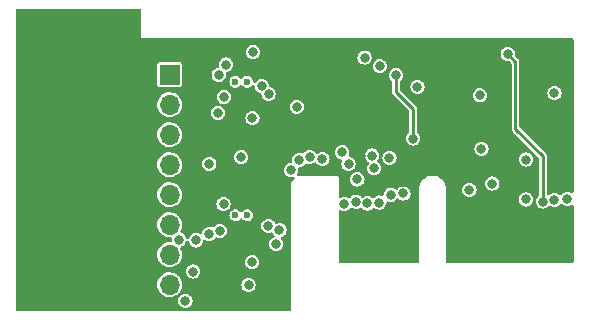
<source format=gbr>
%TF.GenerationSoftware,KiCad,Pcbnew,8.0.4*%
%TF.CreationDate,2024-09-17T19:17:59+01:00*%
%TF.ProjectId,ADE_Aux_V4,4144455f-4175-4785-9f56-342e6b696361,rev?*%
%TF.SameCoordinates,Original*%
%TF.FileFunction,Copper,L2,Inr*%
%TF.FilePolarity,Positive*%
%FSLAX46Y46*%
G04 Gerber Fmt 4.6, Leading zero omitted, Abs format (unit mm)*
G04 Created by KiCad (PCBNEW 8.0.4) date 2024-09-17 19:17:59*
%MOMM*%
%LPD*%
G01*
G04 APERTURE LIST*
%TA.AperFunction,ComponentPad*%
%ADD10C,0.600000*%
%TD*%
%TA.AperFunction,ComponentPad*%
%ADD11R,1.700000X1.700000*%
%TD*%
%TA.AperFunction,ComponentPad*%
%ADD12O,1.700000X1.700000*%
%TD*%
%TA.AperFunction,ViaPad*%
%ADD13C,0.800000*%
%TD*%
%TA.AperFunction,Conductor*%
%ADD14C,0.250000*%
%TD*%
G04 APERTURE END LIST*
D10*
%TO.N,/UM*%
%TO.C,U3*%
X-180000Y36100000D03*
X-1180000Y36100000D03*
%TD*%
%TO.N,/UM*%
%TO.C,U1*%
X-180000Y24810000D03*
X-1180000Y24810000D03*
%TD*%
D11*
%TO.N,/RRP*%
%TO.C,J15*%
X-6750200Y36692980D03*
D12*
%TO.N,/RRM*%
X-6750200Y34152980D03*
%TO.N,/RSP*%
X-6750200Y31612980D03*
%TO.N,/RSM*%
X-6750200Y29072980D03*
%TO.N,/RTP*%
X-6750200Y26532980D03*
%TO.N,/RTM*%
X-6750200Y23992980D03*
%TO.N,/RNP*%
X-6750200Y21452980D03*
%TO.N,/RNM*%
X-6750200Y18912980D03*
%TD*%
D13*
%TO.N,GND*%
X-11020000Y41360000D03*
X26593800Y39192200D03*
X-18640000Y36280000D03*
X-16100000Y33740000D03*
X16459200Y28346400D03*
X-5940000Y38820000D03*
X4430000Y37400000D03*
X-3400000Y31200000D03*
X-14440000Y37200000D03*
X-14100000Y23060000D03*
X-18640000Y28660000D03*
X24540000Y33740000D03*
X-18640000Y26120000D03*
X26339800Y31191200D03*
X4428453Y33111500D03*
X17170400Y25933400D03*
X-16100000Y36280000D03*
X-13450000Y18140000D03*
X-16100000Y23580000D03*
X24540000Y38820000D03*
X390000Y17940000D03*
X9457677Y29825500D03*
X13716000Y27940000D03*
X-16100000Y38820000D03*
X5540000Y38930000D03*
X-13560000Y41360000D03*
X-18640000Y31200000D03*
X22000000Y28660000D03*
X24540000Y36280000D03*
X-16100000Y31200000D03*
X-18640000Y21040000D03*
X-2870200Y39344600D03*
X12598400Y31826200D03*
X-16100000Y26120000D03*
X13868400Y25857200D03*
X24540000Y31200000D03*
X11836400Y28092400D03*
X-18640000Y33740000D03*
X12954000Y28930600D03*
X1001000Y26060000D03*
X3429000Y37338000D03*
X670000Y28320000D03*
X-16100000Y21040000D03*
X19460000Y33740000D03*
X11836400Y34137600D03*
X-5230000Y25880000D03*
X660000Y31690000D03*
X-18640000Y38820000D03*
X-16100000Y28660000D03*
X-860000Y31200000D03*
X1850000Y39045500D03*
X-18640000Y23580000D03*
X26517600Y33604200D03*
X-14520000Y29090000D03*
%TO.N,+3V3*%
X19507200Y34950400D03*
X11861800Y29667200D03*
X11050000Y37425000D03*
X10575000Y28775000D03*
X-2190000Y25740000D03*
X26924000Y26187400D03*
X25806400Y26111200D03*
X-5420000Y17550000D03*
X-1975500Y37553372D03*
X25831800Y35128200D03*
X23444200Y29514800D03*
%TO.N,/AVDDOUT*%
X7863900Y30124400D03*
%TO.N,/DVDDOUT*%
X9753600Y38150800D03*
%TO.N,/REF*%
X4013200Y33985200D03*
%TO.N,/ISP*%
X1040000Y35730000D03*
X-2150000Y34820000D03*
%TO.N,/INP*%
X2550000Y23540000D03*
X-2510000Y23480000D03*
%TO.N,/UR+*%
X11970000Y26540000D03*
X3524020Y28620000D03*
%TO.N,/US+*%
X10000000Y25800000D03*
X9143911Y27833911D03*
X5100000Y29720000D03*
%TO.N,/UT+*%
X8050000Y25740000D03*
%TO.N,/ADE_Reset*%
X21869400Y38455600D03*
X24841200Y25958800D03*
%TO.N,/O_IN*%
X10375000Y29850000D03*
%TO.N,/SCLK*%
X20570000Y27480000D03*
%TO.N,/MOSI*%
X14230000Y35660000D03*
X18630000Y26960000D03*
X19650000Y30410000D03*
%TO.N,/SS*%
X12420000Y36650000D03*
X13868400Y31292800D03*
%TO.N,/RN*%
X-5934500Y22738843D03*
X-4520000Y22670000D03*
%TO.N,Net-(C5-Pad2)*%
X-3410000Y23230000D03*
X230000Y20824500D03*
%TO.N,Net-(C6-Pad2)*%
X260000Y33020000D03*
X-2650000Y33470000D03*
%TO.N,Net-(C13-Pad2)*%
X-700000Y29710000D03*
X-3390000Y29150000D03*
%TO.N,Net-(C16-Pad2)*%
X309163Y38610563D03*
X-2600000Y36690000D03*
%TO.N,/UM*%
X1610000Y23910000D03*
X1625500Y35047145D03*
X2277484Y22357547D03*
%TO.N,/C+*%
X-70000Y18890000D03*
%TO.N,/UR-*%
X4230000Y29490000D03*
X13040000Y26640000D03*
%TO.N,/US-*%
X11000000Y25870000D03*
X6182300Y29546200D03*
X8393411Y29123411D03*
%TO.N,/UT-*%
X9020000Y25950000D03*
%TO.N,/C-*%
X-4765656Y20033911D03*
%TO.N,/SYN*%
X23393400Y26136600D03*
%TD*%
D14*
%TO.N,/ADE_Reset*%
X21869400Y38455600D02*
X22529800Y37795200D01*
X22529800Y32131000D02*
X24841200Y29819600D01*
X24841200Y29819600D02*
X24841200Y25958800D01*
X22529800Y37795200D02*
X22529800Y32131000D01*
%TO.N,/SS*%
X13868400Y33782000D02*
X12522200Y35128200D01*
X13868400Y31292800D02*
X13868400Y33782000D01*
X12522200Y35128200D02*
X12496800Y35128200D01*
X12420000Y35205000D02*
X12420000Y36650000D01*
X12496800Y35128200D02*
X12420000Y35205000D01*
%TD*%
%TA.AperFunction,Conductor*%
%TO.N,GND*%
G36*
X-9257879Y42279998D02*
G01*
X-9211386Y42226342D01*
X-9200000Y42174000D01*
X-9200000Y40005877D01*
X-9200045Y39954551D01*
X-9193902Y39941758D01*
X-9192773Y39936790D01*
X-9190215Y39929465D01*
X-9188006Y39924875D01*
X-9184850Y39911038D01*
X-9176006Y39899939D01*
X-9173636Y39895015D01*
X-9170084Y39889353D01*
X-9166688Y39885084D01*
X-9160547Y39872295D01*
X-9149464Y39863432D01*
X-9146293Y39859446D01*
X-9140809Y39853952D01*
X-9136827Y39850773D01*
X-9127985Y39839677D01*
X-9115207Y39833514D01*
X-9110936Y39830104D01*
X-9105286Y39826546D01*
X-9100366Y39824168D01*
X-9089285Y39815306D01*
X-9075457Y39812126D01*
X-9070876Y39809912D01*
X-9063551Y39807339D01*
X-9058580Y39806201D01*
X-9045798Y39800035D01*
X-9022787Y39800015D01*
X-9022789Y39798003D01*
X-9022723Y39797988D01*
X-9022723Y39800000D01*
X-9005877Y39800000D01*
X-8954551Y39799955D01*
X-8954555Y39795150D01*
X-8954457Y39795144D01*
X-8954457Y39800000D01*
X27324000Y39800000D01*
X27392121Y39779998D01*
X27438614Y39726342D01*
X27450000Y39674000D01*
X27450000Y26796203D01*
X27429998Y26728082D01*
X27376342Y26681589D01*
X27306068Y26671485D01*
X27247295Y26696241D01*
X27233393Y26706909D01*
X27233390Y26706911D01*
X27226841Y26711936D01*
X27080762Y26772444D01*
X26924000Y26793082D01*
X26767238Y26772444D01*
X26621159Y26711936D01*
X26614608Y26706909D01*
X26503616Y26621742D01*
X26495718Y26615682D01*
X26490695Y26609136D01*
X26435928Y26537762D01*
X26378590Y26495895D01*
X26307719Y26491673D01*
X26245816Y26526437D01*
X26243296Y26529345D01*
X26239705Y26532936D01*
X26234682Y26539482D01*
X26109241Y26635736D01*
X25963162Y26696244D01*
X25806400Y26716882D01*
X25649638Y26696244D01*
X25503559Y26635736D01*
X25378781Y26539990D01*
X25378778Y26539989D01*
X25378118Y26539482D01*
X25378039Y26539585D01*
X25319483Y26507610D01*
X25248668Y26512675D01*
X25191832Y26555222D01*
X25167021Y26621742D01*
X25166700Y26630731D01*
X25166700Y29799887D01*
X25167179Y29810868D01*
X25169503Y29837430D01*
X25169503Y29837432D01*
X25170463Y29848407D01*
X25160708Y29884817D01*
X25158333Y29895528D01*
X25155475Y29911736D01*
X25151788Y29932645D01*
X25146278Y29942189D01*
X25145086Y29945465D01*
X25143607Y29948636D01*
X25140754Y29959284D01*
X25119140Y29990152D01*
X25113236Y29999421D01*
X25099907Y30022508D01*
X25099904Y30022512D01*
X25094394Y30032055D01*
X25065523Y30056280D01*
X25057418Y30063708D01*
X22892205Y32228921D01*
X22858179Y32291233D01*
X22855300Y32318016D01*
X22855300Y35128200D01*
X25226118Y35128200D01*
X25246756Y34971438D01*
X25307264Y34825359D01*
X25403518Y34699918D01*
X25528959Y34603664D01*
X25675038Y34543156D01*
X25831800Y34522518D01*
X25839988Y34523596D01*
X25980374Y34542078D01*
X25988562Y34543156D01*
X26134641Y34603664D01*
X26260082Y34699918D01*
X26356336Y34825359D01*
X26416844Y34971438D01*
X26437482Y35128200D01*
X26416844Y35284962D01*
X26356336Y35431041D01*
X26260082Y35556482D01*
X26248188Y35565609D01*
X26205460Y35598395D01*
X26134641Y35652736D01*
X25988562Y35713244D01*
X25831800Y35733882D01*
X25675038Y35713244D01*
X25528959Y35652736D01*
X25458140Y35598395D01*
X25415413Y35565609D01*
X25403518Y35556482D01*
X25307264Y35431041D01*
X25246756Y35284962D01*
X25226118Y35128200D01*
X22855300Y35128200D01*
X22855300Y37775490D01*
X22855780Y37786472D01*
X22858103Y37813020D01*
X22858103Y37813022D01*
X22859064Y37824007D01*
X22849308Y37860415D01*
X22846930Y37871142D01*
X22846338Y37874501D01*
X22840388Y37908245D01*
X22834877Y37917790D01*
X22833685Y37921066D01*
X22832208Y37924234D01*
X22829354Y37934884D01*
X22807745Y37965744D01*
X22801839Y37975015D01*
X22788507Y37998106D01*
X22782994Y38007655D01*
X22754117Y38031885D01*
X22746015Y38039311D01*
X22502109Y38283217D01*
X22468083Y38345529D01*
X22466282Y38388758D01*
X22474004Y38447412D01*
X22475082Y38455600D01*
X22454444Y38612362D01*
X22393936Y38758441D01*
X22297682Y38883882D01*
X22172241Y38980136D01*
X22026162Y39040644D01*
X21869400Y39061282D01*
X21712638Y39040644D01*
X21566559Y38980136D01*
X21441118Y38883882D01*
X21344864Y38758441D01*
X21284356Y38612362D01*
X21263718Y38455600D01*
X21284356Y38298838D01*
X21344864Y38152759D01*
X21441118Y38027318D01*
X21566559Y37931064D01*
X21712638Y37870556D01*
X21869400Y37849918D01*
X21936243Y37858718D01*
X22006390Y37847779D01*
X22041783Y37822891D01*
X22167395Y37697279D01*
X22201421Y37634967D01*
X22204300Y37608184D01*
X22204300Y32150710D01*
X22203820Y32139728D01*
X22200536Y32102193D01*
X22203390Y32091544D01*
X22210291Y32065790D01*
X22212670Y32055058D01*
X22219212Y32017955D01*
X22224723Y32008410D01*
X22225915Y32005134D01*
X22227392Y32001966D01*
X22230246Y31991316D01*
X22236570Y31982285D01*
X22251855Y31960456D01*
X22257761Y31951185D01*
X22271093Y31928094D01*
X22276606Y31918545D01*
X22285051Y31911459D01*
X22305482Y31894315D01*
X22313585Y31886889D01*
X24478795Y29721678D01*
X24512821Y29659366D01*
X24515700Y29632583D01*
X24515700Y26528086D01*
X24495698Y26459965D01*
X24466404Y26428123D01*
X24426751Y26397696D01*
X24412918Y26387082D01*
X24407895Y26380536D01*
X24406038Y26378116D01*
X24316664Y26261641D01*
X24256156Y26115562D01*
X24235518Y25958800D01*
X24256156Y25802038D01*
X24316664Y25655959D01*
X24412918Y25530518D01*
X24419464Y25525495D01*
X24424386Y25521718D01*
X24538359Y25434264D01*
X24657083Y25385087D01*
X24673548Y25378267D01*
X24684438Y25373756D01*
X24841200Y25353118D01*
X24849388Y25354196D01*
X24989774Y25372678D01*
X24997962Y25373756D01*
X25008853Y25378267D01*
X25025317Y25385087D01*
X25144041Y25434264D01*
X25258014Y25521718D01*
X25262936Y25525495D01*
X25269482Y25530518D01*
X25274505Y25537064D01*
X25274509Y25537068D01*
X25306642Y25578944D01*
X25363980Y25620812D01*
X25434851Y25625033D01*
X25483308Y25602203D01*
X25503559Y25586664D01*
X25588187Y25551610D01*
X25638142Y25530918D01*
X25649638Y25526156D01*
X25806400Y25505518D01*
X25814588Y25506596D01*
X25850532Y25511328D01*
X25963162Y25526156D01*
X25974659Y25530918D01*
X26024613Y25551610D01*
X26109241Y25586664D01*
X26208547Y25662864D01*
X26228136Y25677895D01*
X26234682Y25682918D01*
X26294472Y25760838D01*
X26351810Y25802705D01*
X26422681Y25806927D01*
X26484584Y25772163D01*
X26487104Y25769255D01*
X26490695Y25765664D01*
X26495718Y25759118D01*
X26621159Y25662864D01*
X26767238Y25602356D01*
X26924000Y25581718D01*
X26932188Y25582796D01*
X26935546Y25583238D01*
X27080762Y25602356D01*
X27226841Y25662864D01*
X27233390Y25667889D01*
X27233393Y25667891D01*
X27247295Y25678559D01*
X27313515Y25704160D01*
X27383064Y25689896D01*
X27433861Y25640295D01*
X27450000Y25578597D01*
X27450000Y20876000D01*
X27429998Y20807879D01*
X27376342Y20761386D01*
X27324000Y20750000D01*
X16776000Y20750000D01*
X16707879Y20770002D01*
X16661386Y20823658D01*
X16650000Y20876000D01*
X16650000Y26136600D01*
X22787718Y26136600D01*
X22788796Y26128412D01*
X22798609Y26053878D01*
X22808356Y25979838D01*
X22868864Y25833759D01*
X22965118Y25708318D01*
X23090559Y25612064D01*
X23236638Y25551556D01*
X23393400Y25530918D01*
X23401588Y25531996D01*
X23541974Y25550478D01*
X23550162Y25551556D01*
X23696241Y25612064D01*
X23821682Y25708318D01*
X23917936Y25833759D01*
X23978444Y25979838D01*
X23988192Y26053878D01*
X23998004Y26128412D01*
X23999082Y26136600D01*
X23978444Y26293362D01*
X23917936Y26439441D01*
X23840775Y26540000D01*
X23826705Y26558336D01*
X23821682Y26564882D01*
X23696241Y26661136D01*
X23564261Y26715804D01*
X23557791Y26718484D01*
X23550162Y26721644D01*
X23393400Y26742282D01*
X23236638Y26721644D01*
X23229009Y26718484D01*
X23222539Y26715804D01*
X23090559Y26661136D01*
X22965118Y26564882D01*
X22960095Y26558336D01*
X22946025Y26540000D01*
X22868864Y26439441D01*
X22808356Y26293362D01*
X22787718Y26136600D01*
X16650000Y26136600D01*
X16650000Y26960000D01*
X18024318Y26960000D01*
X18044956Y26803238D01*
X18105464Y26657159D01*
X18201718Y26531718D01*
X18327159Y26435464D01*
X18473238Y26374956D01*
X18630000Y26354318D01*
X18638188Y26355396D01*
X18778574Y26373878D01*
X18786762Y26374956D01*
X18932841Y26435464D01*
X19058282Y26531718D01*
X19154536Y26657159D01*
X19215044Y26803238D01*
X19235682Y26960000D01*
X19215044Y27116762D01*
X19211614Y27125044D01*
X19198818Y27155934D01*
X19154536Y27262841D01*
X19058282Y27388282D01*
X18938752Y27480000D01*
X19964318Y27480000D01*
X19984956Y27323238D01*
X20045464Y27177159D01*
X20141718Y27051718D01*
X20267159Y26955464D01*
X20413238Y26894956D01*
X20570000Y26874318D01*
X20578188Y26875396D01*
X20718574Y26893878D01*
X20726762Y26894956D01*
X20872841Y26955464D01*
X20998282Y27051718D01*
X21094536Y27177159D01*
X21155044Y27323238D01*
X21175682Y27480000D01*
X21155044Y27636762D01*
X21094536Y27782841D01*
X20998282Y27908282D01*
X20872841Y28004536D01*
X20726762Y28065044D01*
X20570000Y28085682D01*
X20413238Y28065044D01*
X20267159Y28004536D01*
X20141718Y27908282D01*
X20045464Y27782841D01*
X19984956Y27636762D01*
X19964318Y27480000D01*
X18938752Y27480000D01*
X18932841Y27484536D01*
X18786762Y27545044D01*
X18630000Y27565682D01*
X18473238Y27545044D01*
X18327159Y27484536D01*
X18201718Y27388282D01*
X18105464Y27262841D01*
X18061182Y27155934D01*
X18048387Y27125044D01*
X18044956Y27116762D01*
X18024318Y26960000D01*
X16650000Y26960000D01*
X16650000Y26962688D01*
X16653254Y26991140D01*
X16655142Y26999284D01*
X16655143Y27000000D01*
X16654316Y27003625D01*
X16654627Y27005395D01*
X16653926Y27005334D01*
X16648992Y27061733D01*
X16636855Y27200458D01*
X16630267Y27225044D01*
X16586198Y27389516D01*
X16586197Y27389518D01*
X16584775Y27394826D01*
X16580418Y27404169D01*
X16502060Y27572210D01*
X16502057Y27572215D01*
X16499734Y27577197D01*
X16384316Y27742030D01*
X16242030Y27884316D01*
X16077197Y27999734D01*
X16072215Y28002057D01*
X16072210Y28002060D01*
X15899808Y28082452D01*
X15899807Y28082453D01*
X15894826Y28084775D01*
X15889518Y28086197D01*
X15889516Y28086198D01*
X15705773Y28135431D01*
X15705772Y28135431D01*
X15700458Y28136855D01*
X15500000Y28154393D01*
X15299542Y28136855D01*
X15294228Y28135431D01*
X15294227Y28135431D01*
X15110484Y28086198D01*
X15110482Y28086197D01*
X15105174Y28084775D01*
X15100194Y28082453D01*
X15100192Y28082452D01*
X14927791Y28002060D01*
X14927786Y28002057D01*
X14922804Y27999734D01*
X14918297Y27996578D01*
X14918295Y27996577D01*
X14762481Y27887475D01*
X14762478Y27887473D01*
X14757970Y27884316D01*
X14615684Y27742030D01*
X14500266Y27577197D01*
X14497943Y27572215D01*
X14497940Y27572210D01*
X14419582Y27404169D01*
X14415225Y27394826D01*
X14413803Y27389518D01*
X14413802Y27389516D01*
X14369733Y27225044D01*
X14363145Y27200458D01*
X14346118Y27005842D01*
X14344857Y27000358D01*
X14347988Y26986519D01*
X14347980Y26981631D01*
X14350000Y26963552D01*
X14350000Y20876000D01*
X14329998Y20807879D01*
X14276342Y20761386D01*
X14224000Y20750000D01*
X7676000Y20750000D01*
X7607879Y20770002D01*
X7561386Y20823658D01*
X7550000Y20876000D01*
X7550000Y25112300D01*
X7570002Y25180421D01*
X7623658Y25226914D01*
X7693932Y25237018D01*
X7739000Y25221419D01*
X7740609Y25220490D01*
X7747159Y25215464D01*
X7754785Y25212305D01*
X7754787Y25212304D01*
X7831760Y25180421D01*
X7893238Y25154956D01*
X8050000Y25134318D01*
X8058188Y25135396D01*
X8198574Y25153878D01*
X8206762Y25154956D01*
X8352841Y25215464D01*
X8478282Y25311718D01*
X8545498Y25399316D01*
X8602835Y25441182D01*
X8673706Y25445404D01*
X8708457Y25431732D01*
X8710611Y25430488D01*
X8717159Y25425464D01*
X8724785Y25422305D01*
X8724787Y25422304D01*
X8831102Y25378267D01*
X8863238Y25364956D01*
X9020000Y25344318D01*
X9028188Y25345396D01*
X9168574Y25363878D01*
X9176762Y25364956D01*
X9322841Y25425464D01*
X9329394Y25430492D01*
X9329397Y25430494D01*
X9353567Y25449040D01*
X9419787Y25474641D01*
X9489336Y25460376D01*
X9530234Y25425781D01*
X9566692Y25378267D01*
X9566695Y25378264D01*
X9571718Y25371718D01*
X9697159Y25275464D01*
X9843238Y25214956D01*
X10000000Y25194318D01*
X10008188Y25195396D01*
X10148574Y25213878D01*
X10156762Y25214956D01*
X10302841Y25275464D01*
X10428282Y25371718D01*
X10433305Y25378264D01*
X10433308Y25378267D01*
X10438541Y25385087D01*
X10495879Y25426955D01*
X10566749Y25431177D01*
X10615208Y25408347D01*
X10697159Y25345464D01*
X10843238Y25284956D01*
X11000000Y25264318D01*
X11008188Y25265396D01*
X11018724Y25266783D01*
X11156762Y25284956D01*
X11302841Y25345464D01*
X11407099Y25425464D01*
X11421736Y25436695D01*
X11428282Y25441718D01*
X11524536Y25567159D01*
X11585044Y25713238D01*
X11605588Y25869287D01*
X11634310Y25934214D01*
X11693575Y25973306D01*
X11764567Y25974151D01*
X11778727Y25969250D01*
X11805605Y25958117D01*
X11805610Y25958116D01*
X11813238Y25954956D01*
X11970000Y25934318D01*
X11978188Y25935396D01*
X12118574Y25953878D01*
X12126762Y25954956D01*
X12272841Y26015464D01*
X12398282Y26111718D01*
X12403305Y26118264D01*
X12403308Y26118267D01*
X12448971Y26177777D01*
X12506309Y26219645D01*
X12577180Y26223867D01*
X12625637Y26201037D01*
X12737159Y26115464D01*
X12883238Y26054956D01*
X13040000Y26034318D01*
X13048188Y26035396D01*
X13188574Y26053878D01*
X13196762Y26054956D01*
X13342841Y26115464D01*
X13468282Y26211718D01*
X13564536Y26337159D01*
X13625044Y26483238D01*
X13626155Y26491673D01*
X13644604Y26631812D01*
X13645682Y26640000D01*
X13634933Y26721644D01*
X13626122Y26788574D01*
X13625044Y26796762D01*
X13564536Y26942841D01*
X13468282Y27068282D01*
X13342841Y27164536D01*
X13196762Y27225044D01*
X13172570Y27228229D01*
X13048188Y27244604D01*
X13040000Y27245682D01*
X13031812Y27244604D01*
X12907431Y27228229D01*
X12883238Y27225044D01*
X12737159Y27164536D01*
X12611718Y27068282D01*
X12606695Y27061736D01*
X12606692Y27061733D01*
X12561029Y27002223D01*
X12503691Y26960355D01*
X12432820Y26956133D01*
X12384362Y26978963D01*
X12356946Y27000000D01*
X12272841Y27064536D01*
X12126762Y27125044D01*
X11970000Y27145682D01*
X11813238Y27125044D01*
X11667159Y27064536D01*
X11541718Y26968282D01*
X11445464Y26842841D01*
X11384956Y26696762D01*
X11364534Y26541636D01*
X11364412Y26540713D01*
X11335690Y26475786D01*
X11276425Y26436694D01*
X11205433Y26435849D01*
X11191273Y26440750D01*
X11164395Y26451883D01*
X11164390Y26451884D01*
X11156762Y26455044D01*
X11000000Y26475682D01*
X10843238Y26455044D01*
X10697159Y26394536D01*
X10571718Y26298282D01*
X10566695Y26291736D01*
X10566692Y26291733D01*
X10561459Y26284913D01*
X10504121Y26243045D01*
X10433251Y26238823D01*
X10384792Y26261653D01*
X10348339Y26289624D01*
X10302841Y26324536D01*
X10156762Y26385044D01*
X10000000Y26405682D01*
X9843238Y26385044D01*
X9697159Y26324536D01*
X9690608Y26319509D01*
X9690603Y26319506D01*
X9666433Y26300960D01*
X9600213Y26275359D01*
X9530664Y26289624D01*
X9489766Y26324219D01*
X9453308Y26371733D01*
X9453304Y26371737D01*
X9448282Y26378282D01*
X9430268Y26392105D01*
X9352362Y26451884D01*
X9322841Y26474536D01*
X9176762Y26535044D01*
X9142270Y26539585D01*
X9080493Y26547718D01*
X9020000Y26555682D01*
X8959507Y26547718D01*
X8897731Y26539585D01*
X8863238Y26535044D01*
X8717159Y26474536D01*
X8687638Y26451884D01*
X8609733Y26392105D01*
X8591718Y26378282D01*
X8526483Y26293265D01*
X8524503Y26290685D01*
X8467165Y26248818D01*
X8396294Y26244596D01*
X8361543Y26258268D01*
X8359389Y26259512D01*
X8352841Y26264536D01*
X8345215Y26267695D01*
X8345213Y26267696D01*
X8214391Y26321884D01*
X8206762Y26325044D01*
X8050000Y26345682D01*
X7893238Y26325044D01*
X7885609Y26321884D01*
X7754787Y26267696D01*
X7754785Y26267695D01*
X7747159Y26264536D01*
X7740609Y26259510D01*
X7739000Y26258581D01*
X7670005Y26241843D01*
X7602913Y26265063D01*
X7559026Y26320871D01*
X7550000Y26367700D01*
X7550000Y27833911D01*
X8538229Y27833911D01*
X8558867Y27677149D01*
X8619375Y27531070D01*
X8664845Y27471812D01*
X8710440Y27412392D01*
X8715629Y27405629D01*
X8841070Y27309375D01*
X8987149Y27248867D01*
X8995337Y27247789D01*
X9019530Y27244604D01*
X9143911Y27228229D01*
X9152099Y27229307D01*
X9292485Y27247789D01*
X9300673Y27248867D01*
X9446752Y27309375D01*
X9572193Y27405629D01*
X9577383Y27412392D01*
X9622977Y27471812D01*
X9668447Y27531070D01*
X9728955Y27677149D01*
X9749593Y27833911D01*
X9728955Y27990673D01*
X9668447Y28136752D01*
X9572193Y28262193D01*
X9446752Y28358447D01*
X9300673Y28418955D01*
X9143911Y28439593D01*
X8987149Y28418955D01*
X8841070Y28358447D01*
X8715629Y28262193D01*
X8619375Y28136752D01*
X8558867Y27990673D01*
X8538229Y27833911D01*
X7550000Y27833911D01*
X7550000Y27944123D01*
X7550033Y27981258D01*
X7550033Y27981260D01*
X7550045Y27995449D01*
X7543902Y28008242D01*
X7542773Y28013210D01*
X7540215Y28020535D01*
X7538006Y28025125D01*
X7534850Y28038962D01*
X7526006Y28050061D01*
X7523636Y28054985D01*
X7520084Y28060647D01*
X7516688Y28064916D01*
X7510547Y28077705D01*
X7499464Y28086568D01*
X7496293Y28090554D01*
X7490809Y28096048D01*
X7486827Y28099227D01*
X7477985Y28110323D01*
X7465207Y28116486D01*
X7460936Y28119896D01*
X7455286Y28123454D01*
X7450366Y28125832D01*
X7439285Y28134694D01*
X7425457Y28137874D01*
X7420876Y28140088D01*
X7413551Y28142661D01*
X7408580Y28143799D01*
X7395798Y28149965D01*
X7372787Y28149985D01*
X7372789Y28151997D01*
X7372723Y28152012D01*
X7372723Y28150000D01*
X7355877Y28150000D01*
X7304551Y28150045D01*
X7304555Y28154850D01*
X7304457Y28154856D01*
X7304457Y28150000D01*
X4236076Y28150000D01*
X4233737Y28150133D01*
X4223223Y28153825D01*
X4209124Y28152256D01*
X4209123Y28152256D01*
X4195800Y28150773D01*
X4187106Y28150291D01*
X4184523Y28150000D01*
X4177454Y28150000D01*
X4177454Y28150375D01*
X4111592Y28161914D01*
X4059386Y28210029D01*
X4041480Y28278731D01*
X4051012Y28323088D01*
X4105904Y28455609D01*
X4109064Y28463238D01*
X4110239Y28472159D01*
X4128624Y28611812D01*
X4129702Y28620000D01*
X4113515Y28742951D01*
X4124454Y28813098D01*
X4171582Y28866197D01*
X4230171Y28883022D01*
X4230000Y28884318D01*
X4386762Y28904956D01*
X4399413Y28910196D01*
X4444032Y28928678D01*
X4532841Y28965464D01*
X4634548Y29043506D01*
X4651736Y29056695D01*
X4658282Y29061718D01*
X4663305Y29068264D01*
X4663308Y29068267D01*
X4710794Y29130153D01*
X4768132Y29172021D01*
X4839003Y29176243D01*
X4858974Y29169859D01*
X4943238Y29134956D01*
X4951426Y29133878D01*
X4995193Y29128116D01*
X5100000Y29114318D01*
X5108188Y29115396D01*
X5248574Y29133878D01*
X5256762Y29134956D01*
X5402841Y29195464D01*
X5409394Y29200492D01*
X5409397Y29200494D01*
X5486461Y29259627D01*
X5552681Y29285228D01*
X5622230Y29270963D01*
X5663127Y29236370D01*
X5714162Y29169859D01*
X5748618Y29124956D01*
X5754018Y29117918D01*
X5879459Y29021664D01*
X6025538Y28961156D01*
X6033726Y28960078D01*
X6103919Y28950837D01*
X6182300Y28940518D01*
X6190488Y28941596D01*
X6330874Y28960078D01*
X6339062Y28961156D01*
X6485141Y29021664D01*
X6610582Y29117918D01*
X6615983Y29124956D01*
X6670085Y29195464D01*
X6706836Y29243359D01*
X6767344Y29389438D01*
X6787982Y29546200D01*
X6773130Y29659012D01*
X6768422Y29694774D01*
X6767344Y29702962D01*
X6706836Y29849041D01*
X6622244Y29959284D01*
X6615605Y29967936D01*
X6610582Y29974482D01*
X6583534Y29995237D01*
X6547559Y30022841D01*
X6485141Y30070736D01*
X6355585Y30124400D01*
X7258218Y30124400D01*
X7278856Y29967638D01*
X7339364Y29821559D01*
X7356373Y29799392D01*
X7426152Y29708455D01*
X7435618Y29696118D01*
X7561059Y29599864D01*
X7707138Y29539356D01*
X7715324Y29538278D01*
X7715325Y29538278D01*
X7742138Y29534748D01*
X7807065Y29506025D01*
X7846156Y29446759D01*
X7847000Y29375767D01*
X7842103Y29361620D01*
X7808367Y29280173D01*
X7807289Y29271985D01*
X7799092Y29209723D01*
X7787729Y29123411D01*
X7788807Y29115223D01*
X7804867Y28993238D01*
X7808367Y28966649D01*
X7868875Y28820570D01*
X7965129Y28695129D01*
X8090570Y28598875D01*
X8236649Y28538367D01*
X8393411Y28517729D01*
X8401599Y28518807D01*
X8541985Y28537289D01*
X8550173Y28538367D01*
X8696252Y28598875D01*
X8821693Y28695129D01*
X8917947Y28820570D01*
X8978455Y28966649D01*
X8981956Y28993238D01*
X8998015Y29115223D01*
X8999093Y29123411D01*
X8987730Y29209723D01*
X8979533Y29271985D01*
X8978455Y29280173D01*
X8917947Y29426252D01*
X8831987Y29538278D01*
X8826716Y29545147D01*
X8821693Y29551693D01*
X8696252Y29647947D01*
X8550173Y29708455D01*
X8541987Y29709533D01*
X8541986Y29709533D01*
X8515173Y29713063D01*
X8450246Y29741786D01*
X8411155Y29801052D01*
X8410573Y29850000D01*
X9769318Y29850000D01*
X9789956Y29693238D01*
X9850464Y29547159D01*
X9946718Y29421718D01*
X9953264Y29416695D01*
X10072159Y29325464D01*
X10071260Y29324292D01*
X10114028Y29279437D01*
X10127462Y29209723D01*
X10101996Y29144999D01*
X10050464Y29077841D01*
X9989956Y28931762D01*
X9988878Y28923574D01*
X9987777Y28915211D01*
X9969318Y28775000D01*
X9989956Y28618238D01*
X10050464Y28472159D01*
X10146718Y28346718D01*
X10153264Y28341695D01*
X10177513Y28323088D01*
X10272159Y28250464D01*
X10418238Y28189956D01*
X10575000Y28169318D01*
X10583188Y28170396D01*
X10723574Y28188878D01*
X10731762Y28189956D01*
X10877841Y28250464D01*
X10972487Y28323088D01*
X10996736Y28341695D01*
X11003282Y28346718D01*
X11099536Y28472159D01*
X11160044Y28618238D01*
X11180682Y28775000D01*
X11162223Y28915211D01*
X11161122Y28923574D01*
X11160044Y28931762D01*
X11099536Y29077841D01*
X11003282Y29203282D01*
X10983738Y29218279D01*
X10877841Y29299536D01*
X10878740Y29300708D01*
X10835972Y29345563D01*
X10822538Y29415277D01*
X10848004Y29480001D01*
X10877642Y29518626D01*
X10899536Y29547159D01*
X10949259Y29667200D01*
X11256118Y29667200D01*
X11276756Y29510438D01*
X11337264Y29364359D01*
X11433518Y29238918D01*
X11440064Y29233895D01*
X11458708Y29219589D01*
X11558959Y29142664D01*
X11705038Y29082156D01*
X11861800Y29061518D01*
X11869988Y29062596D01*
X12010374Y29081078D01*
X12018562Y29082156D01*
X12164641Y29142664D01*
X12264892Y29219589D01*
X12283536Y29233895D01*
X12290082Y29238918D01*
X12386336Y29364359D01*
X12446844Y29510438D01*
X12447418Y29514800D01*
X22838518Y29514800D01*
X22839596Y29506612D01*
X22856027Y29381809D01*
X22859156Y29358038D01*
X22919664Y29211959D01*
X23015918Y29086518D01*
X23022464Y29081495D01*
X23027226Y29077841D01*
X23141359Y28990264D01*
X23287438Y28929756D01*
X23444200Y28909118D01*
X23452388Y28910196D01*
X23592774Y28928678D01*
X23600962Y28929756D01*
X23747041Y28990264D01*
X23861174Y29077841D01*
X23865936Y29081495D01*
X23872482Y29086518D01*
X23968736Y29211959D01*
X24029244Y29358038D01*
X24032374Y29381809D01*
X24048804Y29506612D01*
X24049882Y29514800D01*
X24029244Y29671562D01*
X23968736Y29817641D01*
X23872482Y29943082D01*
X23747041Y30039336D01*
X23619253Y30092268D01*
X23608591Y30096684D01*
X23600962Y30099844D01*
X23444200Y30120482D01*
X23287438Y30099844D01*
X23279809Y30096684D01*
X23269147Y30092268D01*
X23141359Y30039336D01*
X23015918Y29943082D01*
X22919664Y29817641D01*
X22859156Y29671562D01*
X22838518Y29514800D01*
X12447418Y29514800D01*
X12467482Y29667200D01*
X12446844Y29823962D01*
X12386336Y29970041D01*
X12308189Y30071884D01*
X12295105Y30088936D01*
X12290082Y30095482D01*
X12282993Y30100922D01*
X12225274Y30145211D01*
X12164641Y30191736D01*
X12018562Y30252244D01*
X11861800Y30272882D01*
X11705038Y30252244D01*
X11558959Y30191736D01*
X11498326Y30145211D01*
X11440608Y30100922D01*
X11433518Y30095482D01*
X11428495Y30088936D01*
X11415411Y30071884D01*
X11337264Y29970041D01*
X11276756Y29823962D01*
X11256118Y29667200D01*
X10949259Y29667200D01*
X10960044Y29693238D01*
X10980682Y29850000D01*
X10960044Y30006762D01*
X10899536Y30152841D01*
X10803282Y30278282D01*
X10785556Y30291884D01*
X10684392Y30369509D01*
X10677841Y30374536D01*
X10592223Y30410000D01*
X19044318Y30410000D01*
X19064956Y30253238D01*
X19125464Y30107159D01*
X19153412Y30070736D01*
X19211345Y29995237D01*
X19221718Y29981718D01*
X19347159Y29885464D01*
X19493238Y29824956D01*
X19650000Y29804318D01*
X19658188Y29805396D01*
X19798574Y29823878D01*
X19806762Y29824956D01*
X19952841Y29885464D01*
X20078282Y29981718D01*
X20088656Y29995237D01*
X20146588Y30070736D01*
X20174536Y30107159D01*
X20235044Y30253238D01*
X20255682Y30410000D01*
X20235044Y30566762D01*
X20174536Y30712841D01*
X20078282Y30838282D01*
X19952841Y30934536D01*
X19806762Y30995044D01*
X19650000Y31015682D01*
X19493238Y30995044D01*
X19347159Y30934536D01*
X19221718Y30838282D01*
X19125464Y30712841D01*
X19064956Y30566762D01*
X19044318Y30410000D01*
X10592223Y30410000D01*
X10531762Y30435044D01*
X10375000Y30455682D01*
X10218238Y30435044D01*
X10072159Y30374536D01*
X10065608Y30369509D01*
X9964445Y30291884D01*
X9946718Y30278282D01*
X9850464Y30152841D01*
X9789956Y30006762D01*
X9769318Y29850000D01*
X8410573Y29850000D01*
X8410311Y29872044D01*
X8415208Y29886191D01*
X8448944Y29967638D01*
X8469582Y30124400D01*
X8448944Y30281162D01*
X8388436Y30427241D01*
X8292182Y30552682D01*
X8166741Y30648936D01*
X8020662Y30709444D01*
X7863900Y30730082D01*
X7707138Y30709444D01*
X7561059Y30648936D01*
X7435618Y30552682D01*
X7339364Y30427241D01*
X7278856Y30281162D01*
X7258218Y30124400D01*
X6355585Y30124400D01*
X6339062Y30131244D01*
X6328854Y30132588D01*
X6247449Y30143305D01*
X6182300Y30151882D01*
X6117151Y30143305D01*
X6035747Y30132588D01*
X6025538Y30131244D01*
X5879459Y30070736D01*
X5872908Y30065709D01*
X5872903Y30065706D01*
X5795839Y30006573D01*
X5729619Y29980972D01*
X5660070Y29995237D01*
X5619172Y30029831D01*
X5617466Y30032055D01*
X5528282Y30148282D01*
X5402841Y30244536D01*
X5256762Y30305044D01*
X5100000Y30325682D01*
X4943238Y30305044D01*
X4797159Y30244536D01*
X4671718Y30148282D01*
X4666695Y30141736D01*
X4666692Y30141733D01*
X4619206Y30079847D01*
X4561868Y30037979D01*
X4490997Y30033757D01*
X4471025Y30040141D01*
X4463754Y30043153D01*
X4423289Y30059914D01*
X4394391Y30071884D01*
X4386762Y30075044D01*
X4350280Y30079847D01*
X4238188Y30094604D01*
X4230000Y30095682D01*
X4221812Y30094604D01*
X4109721Y30079847D01*
X4073238Y30075044D01*
X3927159Y30014536D01*
X3801718Y29918282D01*
X3705464Y29792841D01*
X3644956Y29646762D01*
X3624318Y29490000D01*
X3640505Y29367049D01*
X3629566Y29296902D01*
X3582438Y29243803D01*
X3523849Y29226978D01*
X3524020Y29225682D01*
X3367258Y29205044D01*
X3221179Y29144536D01*
X3154099Y29093064D01*
X3112988Y29061518D01*
X3095738Y29048282D01*
X3090715Y29041736D01*
X3079171Y29026691D01*
X2999484Y28922841D01*
X2938976Y28776762D01*
X2918338Y28620000D01*
X2919416Y28611812D01*
X2937802Y28472159D01*
X2938976Y28463238D01*
X2999484Y28317159D01*
X3067961Y28227918D01*
X3081688Y28210029D01*
X3095738Y28191718D01*
X3102284Y28186695D01*
X3123525Y28170396D01*
X3221179Y28095464D01*
X3367258Y28034956D01*
X3375446Y28033878D01*
X3399586Y28030700D01*
X3524020Y28014318D01*
X3532208Y28015396D01*
X3549170Y28017629D01*
X3680782Y28034956D01*
X3681164Y28032053D01*
X3738014Y28030700D01*
X3796810Y27990907D01*
X3824759Y27925643D01*
X3812986Y27855629D01*
X3788745Y27821588D01*
X3634088Y27666931D01*
X3632340Y27665370D01*
X3622295Y27660547D01*
X3613435Y27649467D01*
X3613434Y27649467D01*
X3605062Y27638998D01*
X3599263Y27632518D01*
X3597639Y27630482D01*
X3592636Y27625479D01*
X3588875Y27619494D01*
X3586901Y27617020D01*
X3582241Y27610462D01*
X3565306Y27589285D01*
X3562663Y27577789D01*
X3556386Y27567803D01*
X3553456Y27541884D01*
X3553340Y27540862D01*
X3551932Y27532627D01*
X3551596Y27529663D01*
X3550000Y27522723D01*
X3550000Y27515603D01*
X3549684Y27512819D01*
X3549202Y27504262D01*
X3546135Y27477134D01*
X3549859Y27466471D01*
X3550000Y27463941D01*
X3550000Y16826000D01*
X3529998Y16757879D01*
X3476342Y16711386D01*
X3424000Y16700000D01*
X-5353391Y16700000D01*
X-5421512Y16720002D01*
X-5423374Y16722151D01*
X-5467194Y16701505D01*
X-5486609Y16700000D01*
X-19674000Y16700000D01*
X-19742121Y16720002D01*
X-19788614Y16773658D01*
X-19800000Y16826000D01*
X-19800000Y17550000D01*
X-6025682Y17550000D01*
X-6005044Y17393238D01*
X-5944536Y17247159D01*
X-5848282Y17121718D01*
X-5722841Y17025464D01*
X-5576762Y16964956D01*
X-5568574Y16963878D01*
X-5470163Y16950922D01*
X-5418314Y16927985D01*
X-5388889Y16946896D01*
X-5369837Y16950922D01*
X-5271426Y16963878D01*
X-5263238Y16964956D01*
X-5117159Y17025464D01*
X-4991718Y17121718D01*
X-4895464Y17247159D01*
X-4834956Y17393238D01*
X-4814318Y17550000D01*
X-4834956Y17706762D01*
X-4895464Y17852841D01*
X-4991718Y17978282D01*
X-5117159Y18074536D01*
X-5263238Y18135044D01*
X-5420000Y18155682D01*
X-5576762Y18135044D01*
X-5722841Y18074536D01*
X-5763702Y18043182D01*
X-5823126Y17997585D01*
X-5854062Y17985626D01*
X-5864583Y17957038D01*
X-5944536Y17852841D01*
X-6005044Y17706762D01*
X-6025682Y17550000D01*
X-19800000Y17550000D01*
X-19800000Y18927718D01*
X-7805680Y18927718D01*
X-7805164Y18921574D01*
X-7790036Y18741426D01*
X-7788441Y18722427D01*
X-7786742Y18716502D01*
X-7751841Y18594789D01*
X-7731656Y18524394D01*
X-7728841Y18518917D01*
X-7728840Y18518914D01*
X-7640303Y18346639D01*
X-7637488Y18341162D01*
X-7509523Y18179710D01*
X-7504830Y18175716D01*
X-7504829Y18175715D01*
X-7454676Y18133032D01*
X-7352636Y18046189D01*
X-7172802Y17945683D01*
X-7077962Y17914867D01*
X-6982729Y17883924D01*
X-6982725Y17883923D01*
X-6976871Y17882021D01*
X-6772306Y17857629D01*
X-6766171Y17858101D01*
X-6766169Y17858101D01*
X-6710161Y17862411D01*
X-6566900Y17873434D01*
X-6560970Y17875090D01*
X-6560968Y17875090D01*
X-6374403Y17927180D01*
X-6374404Y17927180D01*
X-6368475Y17928835D01*
X-6362986Y17931608D01*
X-6362980Y17931610D01*
X-6190084Y18018947D01*
X-6184590Y18021722D01*
X-6148162Y18050182D01*
X-6042119Y18133032D01*
X-6011125Y18145326D01*
X-6001589Y18171852D01*
X-5995212Y18179879D01*
X-5891660Y18299846D01*
X-5891660Y18299847D01*
X-5887636Y18304508D01*
X-5866813Y18341162D01*
X-5801182Y18456695D01*
X-5785877Y18483636D01*
X-5720849Y18679117D01*
X-5695029Y18883506D01*
X-5694938Y18890000D01*
X-675682Y18890000D01*
X-655044Y18733238D01*
X-594536Y18587159D01*
X-498282Y18461718D01*
X-372841Y18365464D01*
X-226762Y18304956D01*
X-218574Y18303878D01*
X-148381Y18294637D01*
X-70000Y18284318D01*
X-61812Y18285396D01*
X78574Y18303878D01*
X86762Y18304956D01*
X232841Y18365464D01*
X358282Y18461718D01*
X454536Y18587159D01*
X515044Y18733238D01*
X535682Y18890000D01*
X515044Y19046762D01*
X454536Y19192841D01*
X358282Y19318282D01*
X232841Y19414536D01*
X86762Y19475044D01*
X-70000Y19495682D01*
X-226762Y19475044D01*
X-372841Y19414536D01*
X-498282Y19318282D01*
X-594536Y19192841D01*
X-655044Y19046762D01*
X-675682Y18890000D01*
X-5694938Y18890000D01*
X-5694617Y18912980D01*
X-5714720Y19118010D01*
X-5774265Y19315231D01*
X-5870982Y19497131D01*
X-5964810Y19612175D01*
X-5997294Y19652005D01*
X-5997297Y19652008D01*
X-6001189Y19656780D01*
X-6113872Y19750000D01*
X-6155175Y19784169D01*
X-6155179Y19784171D01*
X-6159925Y19788098D01*
X-6341145Y19886083D01*
X-6537946Y19947003D01*
X-6544071Y19947647D01*
X-6544072Y19947647D01*
X-6736702Y19967893D01*
X-6736704Y19967893D01*
X-6742831Y19968537D01*
X-6825234Y19961038D01*
X-6941858Y19950425D01*
X-6941861Y19950424D01*
X-6947997Y19949866D01*
X-7145628Y19891700D01*
X-7328198Y19796254D01*
X-7332999Y19792394D01*
X-7333002Y19792392D01*
X-7343229Y19784169D01*
X-7488753Y19667165D01*
X-7621176Y19509350D01*
X-7624144Y19503952D01*
X-7624147Y19503947D01*
X-7705333Y19356268D01*
X-7720424Y19328818D01*
X-7782716Y19132448D01*
X-7783402Y19126331D01*
X-7783403Y19126327D01*
X-7792327Y19046762D01*
X-7805680Y18927718D01*
X-19800000Y18927718D01*
X-19800000Y20033911D01*
X-5371338Y20033911D01*
X-5350700Y19877149D01*
X-5290192Y19731070D01*
X-5193938Y19605629D01*
X-5068497Y19509375D01*
X-4922418Y19448867D01*
X-4765656Y19428229D01*
X-4757468Y19429307D01*
X-4732667Y19432572D01*
X-4608894Y19448867D01*
X-4462815Y19509375D01*
X-4337374Y19605629D01*
X-4241120Y19731070D01*
X-4180612Y19877149D01*
X-4159974Y20033911D01*
X-4180612Y20190673D01*
X-4241120Y20336752D01*
X-4337374Y20462193D01*
X-4349646Y20471610D01*
X-4414872Y20521659D01*
X-4462815Y20558447D01*
X-4608894Y20618955D01*
X-4765656Y20639593D01*
X-4922418Y20618955D01*
X-5068497Y20558447D01*
X-5116440Y20521659D01*
X-5181665Y20471610D01*
X-5193938Y20462193D01*
X-5290192Y20336752D01*
X-5350700Y20190673D01*
X-5371338Y20033911D01*
X-19800000Y20033911D01*
X-19800000Y21467718D01*
X-7805680Y21467718D01*
X-7788441Y21262427D01*
X-7731656Y21064394D01*
X-7728841Y21058917D01*
X-7728840Y21058914D01*
X-7707953Y21018273D01*
X-7637488Y20881162D01*
X-7509523Y20719710D01*
X-7352636Y20586189D01*
X-7172802Y20485683D01*
X-7100507Y20462193D01*
X-6982729Y20423924D01*
X-6982725Y20423923D01*
X-6976871Y20422021D01*
X-6772306Y20397629D01*
X-6766171Y20398101D01*
X-6766169Y20398101D01*
X-6705570Y20402764D01*
X-6566900Y20413434D01*
X-6560970Y20415090D01*
X-6560968Y20415090D01*
X-6374403Y20467180D01*
X-6374404Y20467180D01*
X-6368475Y20468835D01*
X-6362986Y20471608D01*
X-6362980Y20471610D01*
X-6201025Y20553420D01*
X-6184590Y20561722D01*
X-6022249Y20688556D01*
X-5904906Y20824500D01*
X-375682Y20824500D01*
X-355044Y20667738D01*
X-294536Y20521659D01*
X-198282Y20396218D01*
X-72841Y20299964D01*
X73238Y20239456D01*
X230000Y20218818D01*
X238188Y20219896D01*
X378574Y20238378D01*
X386762Y20239456D01*
X532841Y20299964D01*
X658282Y20396218D01*
X754536Y20521659D01*
X815044Y20667738D01*
X835682Y20824500D01*
X815044Y20981262D01*
X754536Y21127341D01*
X658282Y21252782D01*
X532841Y21349036D01*
X386762Y21409544D01*
X230000Y21430182D01*
X73238Y21409544D01*
X-72841Y21349036D01*
X-198282Y21252782D01*
X-294536Y21127341D01*
X-355044Y20981262D01*
X-375682Y20824500D01*
X-5904906Y20824500D01*
X-5887636Y20844508D01*
X-5866813Y20881162D01*
X-5788924Y21018273D01*
X-5785877Y21023636D01*
X-5720849Y21219117D01*
X-5695029Y21423506D01*
X-5694617Y21452980D01*
X-5714720Y21658010D01*
X-5774265Y21855231D01*
X-5839867Y21978612D01*
X-5854186Y22048150D01*
X-5828638Y22114390D01*
X-5776833Y22154174D01*
X-5631659Y22214307D01*
X-5506218Y22310561D01*
X-5489466Y22332392D01*
X-5476447Y22349359D01*
X-5409964Y22436002D01*
X-5350821Y22578785D01*
X-5306272Y22634065D01*
X-5238909Y22656486D01*
X-5170117Y22638928D01*
X-5121739Y22586965D01*
X-5109490Y22547013D01*
X-5105044Y22513238D01*
X-5044536Y22367159D01*
X-4948282Y22241718D01*
X-4822841Y22145464D01*
X-4676762Y22084956D01*
X-4520000Y22064318D01*
X-4511812Y22065396D01*
X-4371426Y22083878D01*
X-4363238Y22084956D01*
X-4217159Y22145464D01*
X-4091718Y22241718D01*
X-3995464Y22367159D01*
X-3934956Y22513238D01*
X-3927217Y22572021D01*
X-3920077Y22626253D01*
X-3891354Y22691180D01*
X-3832089Y22730271D01*
X-3761097Y22731116D01*
X-3726905Y22713999D01*
X-3726546Y22714621D01*
X-3719393Y22710491D01*
X-3712841Y22705464D01*
X-3566762Y22644956D01*
X-3410000Y22624318D01*
X-3401812Y22625396D01*
X-3261426Y22643878D01*
X-3253238Y22644956D01*
X-3107159Y22705464D01*
X-2981718Y22801718D01*
X-2910324Y22894761D01*
X-2852987Y22936627D01*
X-2782116Y22940849D01*
X-2762152Y22934468D01*
X-2666762Y22894956D01*
X-2510000Y22874318D01*
X-2501812Y22875396D01*
X-2361426Y22893878D01*
X-2353238Y22894956D01*
X-2207159Y22955464D01*
X-2081718Y23051718D01*
X-1985464Y23177159D01*
X-1924956Y23323238D01*
X-1904318Y23480000D01*
X-1924956Y23636762D01*
X-1985464Y23782841D01*
X-2081718Y23908282D01*
X-2083957Y23910000D01*
X1004318Y23910000D01*
X1024956Y23753238D01*
X1085464Y23607159D01*
X1181718Y23481718D01*
X1307159Y23385464D01*
X1453238Y23324956D01*
X1461426Y23323878D01*
X1508444Y23317688D01*
X1610000Y23304318D01*
X1618188Y23305396D01*
X1758574Y23323878D01*
X1766762Y23324956D01*
X1774389Y23328115D01*
X1774392Y23328116D01*
X1840128Y23355345D01*
X1910718Y23362934D01*
X1974205Y23331155D01*
X2004754Y23287155D01*
X2022301Y23244793D01*
X2022304Y23244788D01*
X2025464Y23237159D01*
X2030491Y23230608D01*
X2030494Y23230603D01*
X2119991Y23113968D01*
X2145592Y23047748D01*
X2131327Y22978199D01*
X2081726Y22927403D01*
X2068249Y22920856D01*
X1974643Y22882083D01*
X1849202Y22785829D01*
X1752948Y22660388D01*
X1692440Y22514309D01*
X1671802Y22357547D01*
X1692440Y22200785D01*
X1752948Y22054706D01*
X1849202Y21929265D01*
X1974643Y21833011D01*
X2120722Y21772503D01*
X2277484Y21751865D01*
X2285672Y21752943D01*
X2426058Y21771425D01*
X2434246Y21772503D01*
X2580325Y21833011D01*
X2705766Y21929265D01*
X2802020Y22054706D01*
X2862528Y22200785D01*
X2883166Y22357547D01*
X2862528Y22514309D01*
X2802020Y22660388D01*
X2796992Y22666941D01*
X2796990Y22666944D01*
X2707493Y22783579D01*
X2681892Y22849799D01*
X2696157Y22919348D01*
X2745758Y22970144D01*
X2759237Y22976692D01*
X2762875Y22978199D01*
X2852841Y23015464D01*
X2978282Y23111718D01*
X3074536Y23237159D01*
X3135044Y23383238D01*
X3155682Y23540000D01*
X3135044Y23696762D01*
X3074536Y23842841D01*
X3006059Y23932082D01*
X2983305Y23961736D01*
X2978282Y23968282D01*
X2852841Y24064536D01*
X2706762Y24125044D01*
X2550000Y24145682D01*
X2393238Y24125044D01*
X2385611Y24121885D01*
X2385608Y24121884D01*
X2319872Y24094655D01*
X2249282Y24087066D01*
X2185795Y24118845D01*
X2155246Y24162845D01*
X2137699Y24205207D01*
X2137696Y24205212D01*
X2134536Y24212841D01*
X2038282Y24338282D01*
X2021798Y24350931D01*
X1921868Y24427609D01*
X1912841Y24434536D01*
X1766762Y24495044D01*
X1610000Y24515682D01*
X1453238Y24495044D01*
X1307159Y24434536D01*
X1298132Y24427609D01*
X1198203Y24350931D01*
X1181718Y24338282D01*
X1085464Y24212841D01*
X1024956Y24066762D01*
X1004318Y23910000D01*
X-2083957Y23910000D01*
X-2207159Y24004536D01*
X-2353238Y24065044D01*
X-2366287Y24066762D01*
X-2501812Y24084604D01*
X-2510000Y24085682D01*
X-2518188Y24084604D01*
X-2653712Y24066762D01*
X-2666762Y24065044D01*
X-2812841Y24004536D01*
X-2938282Y23908282D01*
X-3008998Y23816122D01*
X-3009675Y23815240D01*
X-3067013Y23773373D01*
X-3137884Y23769151D01*
X-3157848Y23775532D01*
X-3253238Y23815044D01*
X-3410000Y23835682D01*
X-3566762Y23815044D01*
X-3712841Y23754536D01*
X-3838282Y23658282D01*
X-3934536Y23532841D01*
X-3995044Y23386762D01*
X-3996122Y23378574D01*
X-4009923Y23273747D01*
X-4038646Y23208820D01*
X-4097911Y23169729D01*
X-4168903Y23168884D01*
X-4203095Y23186001D01*
X-4203454Y23185379D01*
X-4210607Y23189509D01*
X-4217159Y23194536D01*
X-4363238Y23255044D01*
X-4520000Y23275682D01*
X-4676762Y23255044D01*
X-4822841Y23194536D01*
X-4948282Y23098282D01*
X-5044536Y22972841D01*
X-5084899Y22875396D01*
X-5103679Y22830058D01*
X-5148228Y22774778D01*
X-5215591Y22752357D01*
X-5284383Y22769915D01*
X-5332761Y22821878D01*
X-5345010Y22861832D01*
X-5346795Y22875396D01*
X-5349456Y22895605D01*
X-5409964Y23041684D01*
X-5506218Y23167125D01*
X-5631659Y23263379D01*
X-5762772Y23317688D01*
X-5818053Y23362236D01*
X-5840474Y23429600D01*
X-5824110Y23496334D01*
X-5785877Y23563636D01*
X-5720849Y23759117D01*
X-5695029Y23963506D01*
X-5694617Y23992980D01*
X-5714720Y24198010D01*
X-5774265Y24395231D01*
X-5870982Y24577131D01*
X-5950004Y24674021D01*
X-5997294Y24732005D01*
X-5997297Y24732008D01*
X-6001189Y24736780D01*
X-6086399Y24807272D01*
X-6097163Y24816177D01*
X-1685609Y24816177D01*
X-1684445Y24807275D01*
X-1684445Y24807272D01*
X-1683186Y24797646D01*
X-1667020Y24674021D01*
X-1609280Y24542797D01*
X-1603503Y24535924D01*
X-1603502Y24535923D01*
X-1585446Y24514443D01*
X-1517030Y24433052D01*
X-1397687Y24353610D01*
X-1260843Y24310858D01*
X-1251871Y24310694D01*
X-1251868Y24310693D01*
X-1186537Y24309496D01*
X-1117501Y24308230D01*
X-1108467Y24310693D01*
X-987842Y24343579D01*
X-987840Y24343580D01*
X-979183Y24345940D01*
X-857009Y24420955D01*
X-850986Y24427609D01*
X-850982Y24427612D01*
X-772387Y24514443D01*
X-711844Y24551524D01*
X-640864Y24549987D01*
X-582521Y24510963D01*
X-517030Y24433052D01*
X-397687Y24353610D01*
X-260843Y24310858D01*
X-251871Y24310694D01*
X-251868Y24310693D01*
X-186537Y24309496D01*
X-117501Y24308230D01*
X-108467Y24310693D01*
X12158Y24343579D01*
X12160Y24343580D01*
X20817Y24345940D01*
X142991Y24420955D01*
X239200Y24527246D01*
X301710Y24656267D01*
X325496Y24797646D01*
X325647Y24810000D01*
X305323Y24951918D01*
X245984Y25082428D01*
X227598Y25103766D01*
X158260Y25184237D01*
X158257Y25184240D01*
X152400Y25191037D01*
X32095Y25269015D01*
X-105261Y25310093D01*
X-114237Y25310148D01*
X-114238Y25310148D01*
X-174445Y25310516D01*
X-248624Y25310969D01*
X-386471Y25271572D01*
X-507720Y25195070D01*
X-513662Y25188342D01*
X-513663Y25188341D01*
X-540356Y25158116D01*
X-584877Y25107705D01*
X-585901Y25106546D01*
X-645987Y25068727D01*
X-716980Y25069397D01*
X-775796Y25107705D01*
X-841740Y25184237D01*
X-841743Y25184240D01*
X-847600Y25191037D01*
X-967905Y25269015D01*
X-1105261Y25310093D01*
X-1114237Y25310148D01*
X-1114238Y25310148D01*
X-1174445Y25310516D01*
X-1248624Y25310969D01*
X-1386471Y25271572D01*
X-1507720Y25195070D01*
X-1513662Y25188342D01*
X-1513663Y25188341D01*
X-1540356Y25158116D01*
X-1602623Y25087612D01*
X-1663553Y24957837D01*
X-1664934Y24948965D01*
X-1675810Y24879111D01*
X-1685609Y24816177D01*
X-6097163Y24816177D01*
X-6155175Y24864169D01*
X-6155179Y24864171D01*
X-6159925Y24868098D01*
X-6341145Y24966083D01*
X-6537946Y25027003D01*
X-6544071Y25027647D01*
X-6544072Y25027647D01*
X-6736702Y25047893D01*
X-6736704Y25047893D01*
X-6742831Y25048537D01*
X-6829671Y25040634D01*
X-6941858Y25030425D01*
X-6941861Y25030424D01*
X-6947997Y25029866D01*
X-7145628Y24971700D01*
X-7151093Y24968843D01*
X-7172145Y24957837D01*
X-7328198Y24876254D01*
X-7332999Y24872394D01*
X-7333002Y24872392D01*
X-7483946Y24751030D01*
X-7488753Y24747165D01*
X-7621176Y24589350D01*
X-7624144Y24583952D01*
X-7624147Y24583947D01*
X-7707101Y24433052D01*
X-7720424Y24408818D01*
X-7782716Y24212448D01*
X-7783402Y24206331D01*
X-7783403Y24206327D01*
X-7799057Y24066762D01*
X-7805680Y24007718D01*
X-7805164Y24001574D01*
X-7789500Y23815044D01*
X-7788441Y23802427D01*
X-7786742Y23796502D01*
X-7738589Y23628574D01*
X-7731656Y23604394D01*
X-7728841Y23598917D01*
X-7728840Y23598914D01*
X-7641825Y23429600D01*
X-7637488Y23421162D01*
X-7509523Y23259710D01*
X-7504830Y23255716D01*
X-7504829Y23255715D01*
X-7403795Y23169729D01*
X-7352636Y23126189D01*
X-7347258Y23123183D01*
X-7347256Y23123182D01*
X-7290990Y23091736D01*
X-7172802Y23025683D01*
X-7077962Y22994867D01*
X-6982729Y22963924D01*
X-6982725Y22963923D01*
X-6976871Y22962021D01*
X-6772306Y22937629D01*
X-6766171Y22938101D01*
X-6766168Y22938101D01*
X-6666229Y22945791D01*
X-6596775Y22931074D01*
X-6546303Y22881143D01*
X-6530837Y22811851D01*
X-6531640Y22803730D01*
X-6540182Y22738843D01*
X-6539104Y22730655D01*
X-6527455Y22642170D01*
X-6538394Y22572021D01*
X-6585523Y22518923D01*
X-6653877Y22499733D01*
X-6665541Y22500414D01*
X-6742831Y22508537D01*
X-6829671Y22500634D01*
X-6941858Y22490425D01*
X-6941861Y22490424D01*
X-6947997Y22489866D01*
X-7145628Y22431700D01*
X-7328198Y22336254D01*
X-7332999Y22332394D01*
X-7333002Y22332392D01*
X-7437636Y22248264D01*
X-7488753Y22207165D01*
X-7621176Y22049350D01*
X-7624144Y22043952D01*
X-7624147Y22043947D01*
X-7717457Y21874215D01*
X-7720424Y21868818D01*
X-7782716Y21672448D01*
X-7783402Y21666331D01*
X-7783403Y21666327D01*
X-7804993Y21473843D01*
X-7805680Y21467718D01*
X-19800000Y21467718D01*
X-19800000Y26547718D01*
X-7805680Y26547718D01*
X-7805164Y26541574D01*
X-7791754Y26381884D01*
X-7788441Y26342427D01*
X-7783311Y26324536D01*
X-7741228Y26177777D01*
X-7731656Y26144394D01*
X-7728841Y26138917D01*
X-7728840Y26138914D01*
X-7641645Y25969250D01*
X-7637488Y25961162D01*
X-7509523Y25799710D01*
X-7504830Y25795716D01*
X-7504829Y25795715D01*
X-7373500Y25683946D01*
X-7352636Y25666189D01*
X-7347258Y25663183D01*
X-7347256Y25663182D01*
X-7334332Y25655959D01*
X-7172802Y25565683D01*
X-7084734Y25537068D01*
X-6982729Y25503924D01*
X-6982725Y25503923D01*
X-6976871Y25502021D01*
X-6772306Y25477629D01*
X-6766171Y25478101D01*
X-6766169Y25478101D01*
X-6710161Y25482411D01*
X-6566900Y25493434D01*
X-6560970Y25495090D01*
X-6560968Y25495090D01*
X-6374403Y25547180D01*
X-6374404Y25547180D01*
X-6368475Y25548835D01*
X-6362986Y25551608D01*
X-6362980Y25551610D01*
X-6190084Y25638947D01*
X-6184590Y25641722D01*
X-6137440Y25678559D01*
X-6082573Y25721426D01*
X-6058799Y25740000D01*
X-2795682Y25740000D01*
X-2775044Y25583238D01*
X-2714536Y25437159D01*
X-2618282Y25311718D01*
X-2492841Y25215464D01*
X-2346762Y25154956D01*
X-2190000Y25134318D01*
X-2181812Y25135396D01*
X-2041426Y25153878D01*
X-2033238Y25154956D01*
X-1887159Y25215464D01*
X-1761718Y25311718D01*
X-1665464Y25437159D01*
X-1604956Y25583238D01*
X-1584318Y25740000D01*
X-1604956Y25896762D01*
X-1665464Y26042841D01*
X-1761718Y26168282D01*
X-1775258Y26178672D01*
X-1818325Y26211718D01*
X-1887159Y26264536D01*
X-2020612Y26319814D01*
X-2025609Y26321884D01*
X-2033238Y26325044D01*
X-2190000Y26345682D01*
X-2346762Y26325044D01*
X-2354391Y26321884D01*
X-2359388Y26319814D01*
X-2492841Y26264536D01*
X-2561675Y26211718D01*
X-2604741Y26178672D01*
X-2618282Y26168282D01*
X-2714536Y26042841D01*
X-2775044Y25896762D01*
X-2795682Y25740000D01*
X-6058799Y25740000D01*
X-6022249Y25768556D01*
X-5992772Y25802705D01*
X-5891660Y25919846D01*
X-5891660Y25919847D01*
X-5887636Y25924508D01*
X-5866813Y25961162D01*
X-5824643Y26035396D01*
X-5785877Y26103636D01*
X-5720849Y26299117D01*
X-5695029Y26503506D01*
X-5694617Y26532980D01*
X-5714720Y26738010D01*
X-5774265Y26935231D01*
X-5870982Y27117131D01*
X-5959873Y27226122D01*
X-5997294Y27272005D01*
X-5997297Y27272008D01*
X-6001189Y27276780D01*
X-6035364Y27305052D01*
X-6155175Y27404169D01*
X-6155179Y27404171D01*
X-6159925Y27408098D01*
X-6341145Y27506083D01*
X-6537946Y27567003D01*
X-6544071Y27567647D01*
X-6544072Y27567647D01*
X-6736702Y27587893D01*
X-6736704Y27587893D01*
X-6742831Y27588537D01*
X-6817904Y27581705D01*
X-6941858Y27570425D01*
X-6941861Y27570424D01*
X-6947997Y27569866D01*
X-7145628Y27511700D01*
X-7151093Y27508843D01*
X-7161977Y27503153D01*
X-7328198Y27416254D01*
X-7332999Y27412394D01*
X-7333002Y27412392D01*
X-7466506Y27305052D01*
X-7488753Y27287165D01*
X-7621176Y27129350D01*
X-7624144Y27123952D01*
X-7624147Y27123947D01*
X-7702385Y26981631D01*
X-7720424Y26948818D01*
X-7782716Y26752448D01*
X-7783402Y26746331D01*
X-7783403Y26746327D01*
X-7796369Y26630731D01*
X-7805680Y26547718D01*
X-19800000Y26547718D01*
X-19800000Y29087718D01*
X-7805680Y29087718D01*
X-7805164Y29081574D01*
X-7790242Y28903878D01*
X-7788441Y28882427D01*
X-7786742Y28876502D01*
X-7734734Y28695129D01*
X-7731656Y28684394D01*
X-7728841Y28678917D01*
X-7728840Y28678914D01*
X-7660221Y28545396D01*
X-7637488Y28501162D01*
X-7509523Y28339710D01*
X-7352636Y28206189D01*
X-7347258Y28203183D01*
X-7347256Y28203182D01*
X-7323591Y28189956D01*
X-7172802Y28105683D01*
X-7086695Y28077705D01*
X-6982729Y28043924D01*
X-6982725Y28043923D01*
X-6976871Y28042021D01*
X-6772306Y28017629D01*
X-6766171Y28018101D01*
X-6766169Y28018101D01*
X-6710161Y28022411D01*
X-6566900Y28033434D01*
X-6560970Y28035090D01*
X-6560968Y28035090D01*
X-6437096Y28069676D01*
X-6368475Y28088835D01*
X-6362986Y28091608D01*
X-6362980Y28091610D01*
X-6190084Y28178947D01*
X-6184590Y28181722D01*
X-6175430Y28188878D01*
X-6096604Y28250464D01*
X-6022249Y28308556D01*
X-5989308Y28346718D01*
X-5891660Y28459846D01*
X-5891660Y28459847D01*
X-5887636Y28464508D01*
X-5883289Y28472159D01*
X-5830574Y28564956D01*
X-5785877Y28643636D01*
X-5720849Y28839117D01*
X-5695029Y29043506D01*
X-5694617Y29072980D01*
X-5702169Y29150000D01*
X-3995682Y29150000D01*
X-3975044Y28993238D01*
X-3914536Y28847159D01*
X-3818282Y28721718D01*
X-3692841Y28625464D01*
X-3546762Y28564956D01*
X-3390000Y28544318D01*
X-3381812Y28545396D01*
X-3241426Y28563878D01*
X-3233238Y28564956D01*
X-3087159Y28625464D01*
X-2961718Y28721718D01*
X-2865464Y28847159D01*
X-2804956Y28993238D01*
X-2784318Y29150000D01*
X-2801359Y29279437D01*
X-2803878Y29298574D01*
X-2804956Y29306762D01*
X-2865464Y29452841D01*
X-2961718Y29578282D01*
X-3087159Y29674536D01*
X-3172777Y29710000D01*
X-1305682Y29710000D01*
X-1285044Y29553238D01*
X-1224536Y29407159D01*
X-1205084Y29381809D01*
X-1142853Y29300708D01*
X-1128282Y29281718D01*
X-1002841Y29185464D01*
X-856762Y29124956D01*
X-848574Y29123878D01*
X-803303Y29117918D01*
X-700000Y29104318D01*
X-691812Y29105396D01*
X-551426Y29123878D01*
X-543238Y29124956D01*
X-397159Y29185464D01*
X-271718Y29281718D01*
X-257146Y29300708D01*
X-194916Y29381809D01*
X-175464Y29407159D01*
X-114956Y29553238D01*
X-94318Y29710000D01*
X-114956Y29866762D01*
X-175464Y30012841D01*
X-264240Y30128537D01*
X-266695Y30131736D01*
X-271718Y30138282D01*
X-397159Y30234536D01*
X-543238Y30295044D01*
X-700000Y30315682D01*
X-856762Y30295044D01*
X-1002841Y30234536D01*
X-1128282Y30138282D01*
X-1133305Y30131736D01*
X-1135760Y30128537D01*
X-1224536Y30012841D01*
X-1285044Y29866762D01*
X-1305682Y29710000D01*
X-3172777Y29710000D01*
X-3233238Y29735044D01*
X-3390000Y29755682D01*
X-3546762Y29735044D01*
X-3692841Y29674536D01*
X-3818282Y29578282D01*
X-3914536Y29452841D01*
X-3975044Y29306762D01*
X-3976122Y29298574D01*
X-3978641Y29279437D01*
X-3995682Y29150000D01*
X-5702169Y29150000D01*
X-5714720Y29278010D01*
X-5774265Y29475231D01*
X-5870982Y29657131D01*
X-5950479Y29754604D01*
X-5997294Y29812005D01*
X-5997297Y29812008D01*
X-6001189Y29816780D01*
X-6005938Y29820709D01*
X-6155175Y29944169D01*
X-6155179Y29944171D01*
X-6159925Y29948098D01*
X-6341145Y30046083D01*
X-6537946Y30107003D01*
X-6544071Y30107647D01*
X-6544072Y30107647D01*
X-6736702Y30127893D01*
X-6736704Y30127893D01*
X-6742831Y30128537D01*
X-6829671Y30120634D01*
X-6941858Y30110425D01*
X-6941861Y30110424D01*
X-6947997Y30109866D01*
X-7145628Y30051700D01*
X-7151093Y30048843D01*
X-7167738Y30040141D01*
X-7328198Y29956254D01*
X-7332999Y29952394D01*
X-7333002Y29952392D01*
X-7475986Y29837430D01*
X-7488753Y29827165D01*
X-7621176Y29669350D01*
X-7624144Y29663952D01*
X-7624147Y29663947D01*
X-7695174Y29534748D01*
X-7720424Y29488818D01*
X-7782716Y29292448D01*
X-7783402Y29286331D01*
X-7783403Y29286327D01*
X-7802595Y29115223D01*
X-7805680Y29087718D01*
X-19800000Y29087718D01*
X-19800000Y31627718D01*
X-7805680Y31627718D01*
X-7788441Y31422427D01*
X-7731656Y31224394D01*
X-7728841Y31218917D01*
X-7728840Y31218914D01*
X-7682327Y31128409D01*
X-7637488Y31041162D01*
X-7509523Y30879710D01*
X-7504830Y30875716D01*
X-7504829Y30875715D01*
X-7485770Y30859495D01*
X-7352636Y30746189D01*
X-7347258Y30743183D01*
X-7347256Y30743182D01*
X-7303892Y30718947D01*
X-7172802Y30645683D01*
X-7077962Y30614867D01*
X-6982729Y30583924D01*
X-6982725Y30583923D01*
X-6976871Y30582021D01*
X-6772306Y30557629D01*
X-6766171Y30558101D01*
X-6766169Y30558101D01*
X-6710161Y30562411D01*
X-6566900Y30573434D01*
X-6560970Y30575090D01*
X-6560968Y30575090D01*
X-6374403Y30627180D01*
X-6374404Y30627180D01*
X-6368475Y30628835D01*
X-6362986Y30631608D01*
X-6362980Y30631610D01*
X-6212238Y30707756D01*
X-6184590Y30721722D01*
X-6173889Y30730082D01*
X-6027099Y30844767D01*
X-6022249Y30848556D01*
X-6012806Y30859495D01*
X-5891660Y30999846D01*
X-5891660Y30999847D01*
X-5887636Y31004508D01*
X-5881900Y31014604D01*
X-5849144Y31072266D01*
X-5785877Y31183636D01*
X-5720849Y31379117D01*
X-5695029Y31583506D01*
X-5694617Y31612980D01*
X-5714720Y31818010D01*
X-5774265Y32015231D01*
X-5870982Y32197131D01*
X-5947730Y32291233D01*
X-5997294Y32352005D01*
X-5997297Y32352008D01*
X-6001189Y32356780D01*
X-6099507Y32438116D01*
X-6155175Y32484169D01*
X-6155179Y32484171D01*
X-6159925Y32488098D01*
X-6341145Y32586083D01*
X-6537946Y32647003D01*
X-6544071Y32647647D01*
X-6544072Y32647647D01*
X-6736702Y32667893D01*
X-6736704Y32667893D01*
X-6742831Y32668537D01*
X-6829671Y32660634D01*
X-6941858Y32650425D01*
X-6941861Y32650424D01*
X-6947997Y32649866D01*
X-7145628Y32591700D01*
X-7328198Y32496254D01*
X-7332999Y32492394D01*
X-7333002Y32492392D01*
X-7483946Y32371030D01*
X-7488753Y32367165D01*
X-7621176Y32209350D01*
X-7624144Y32203952D01*
X-7624147Y32203947D01*
X-7717457Y32034215D01*
X-7720424Y32028818D01*
X-7782716Y31832448D01*
X-7783402Y31826331D01*
X-7783403Y31826327D01*
X-7787033Y31793965D01*
X-7805680Y31627718D01*
X-19800000Y31627718D01*
X-19800000Y34167718D01*
X-7805680Y34167718D01*
X-7805164Y34161574D01*
X-7790353Y33985200D01*
X-7788441Y33962427D01*
X-7786742Y33956502D01*
X-7750020Y33828438D01*
X-7731656Y33764394D01*
X-7728841Y33758917D01*
X-7728840Y33758914D01*
X-7689496Y33682359D01*
X-7637488Y33581162D01*
X-7509523Y33419710D01*
X-7504830Y33415716D01*
X-7504829Y33415715D01*
X-7375454Y33305609D01*
X-7352636Y33286189D01*
X-7172802Y33185683D01*
X-7115791Y33167159D01*
X-6982729Y33123924D01*
X-6982725Y33123923D01*
X-6976871Y33122021D01*
X-6772306Y33097629D01*
X-6766171Y33098101D01*
X-6766169Y33098101D01*
X-6710161Y33102411D01*
X-6566900Y33113434D01*
X-6560970Y33115090D01*
X-6560968Y33115090D01*
X-6374403Y33167180D01*
X-6374404Y33167180D01*
X-6368475Y33168835D01*
X-6362986Y33171608D01*
X-6362980Y33171610D01*
X-6190084Y33258947D01*
X-6184590Y33261722D01*
X-6022249Y33388556D01*
X-6013166Y33399078D01*
X-5951949Y33470000D01*
X-3255682Y33470000D01*
X-3235044Y33313238D01*
X-3174536Y33167159D01*
X-3078282Y33041718D01*
X-3071736Y33036695D01*
X-3042082Y33013941D01*
X-2952841Y32945464D01*
X-2806762Y32884956D01*
X-2650000Y32864318D01*
X-2641812Y32865396D01*
X-2501426Y32883878D01*
X-2493238Y32884956D01*
X-2347159Y32945464D01*
X-2257918Y33013941D01*
X-2250022Y33020000D01*
X-345682Y33020000D01*
X-325044Y32863238D01*
X-264536Y32717159D01*
X-168282Y32591718D01*
X-42841Y32495464D01*
X103238Y32434956D01*
X260000Y32414318D01*
X268188Y32415396D01*
X408574Y32433878D01*
X416762Y32434956D01*
X562841Y32495464D01*
X688282Y32591718D01*
X784536Y32717159D01*
X845044Y32863238D01*
X865682Y33020000D01*
X846308Y33167159D01*
X846122Y33168574D01*
X845044Y33176762D01*
X784536Y33322841D01*
X688282Y33448282D01*
X659979Y33470000D01*
X569392Y33539509D01*
X562841Y33544536D01*
X416762Y33605044D01*
X260000Y33625682D01*
X103238Y33605044D01*
X-42841Y33544536D01*
X-49392Y33539509D01*
X-139978Y33470000D01*
X-168282Y33448282D01*
X-264536Y33322841D01*
X-325044Y33176762D01*
X-326122Y33168574D01*
X-326308Y33167159D01*
X-345682Y33020000D01*
X-2250022Y33020000D01*
X-2228264Y33036695D01*
X-2221718Y33041718D01*
X-2125464Y33167159D01*
X-2064956Y33313238D01*
X-2044318Y33470000D01*
X-2064956Y33626762D01*
X-2125464Y33772841D01*
X-2221718Y33898282D01*
X-2334992Y33985200D01*
X3407518Y33985200D01*
X3428156Y33828438D01*
X3488664Y33682359D01*
X3584918Y33556918D01*
X3710359Y33460664D01*
X3856438Y33400156D01*
X4013200Y33379518D01*
X4021388Y33380596D01*
X4161774Y33399078D01*
X4169962Y33400156D01*
X4316041Y33460664D01*
X4441482Y33556918D01*
X4537736Y33682359D01*
X4598244Y33828438D01*
X4618882Y33985200D01*
X4598244Y34141962D01*
X4537736Y34288041D01*
X4441482Y34413482D01*
X4316041Y34509736D01*
X4169962Y34570244D01*
X4013200Y34590882D01*
X3856438Y34570244D01*
X3710359Y34509736D01*
X3584918Y34413482D01*
X3488664Y34288041D01*
X3428156Y34141962D01*
X3407518Y33985200D01*
X-2334992Y33985200D01*
X-2347159Y33994536D01*
X-2353255Y33997061D01*
X-2401720Y34047886D01*
X-2412801Y34105367D01*
X-2469057Y34065305D01*
X-2526717Y34059452D01*
X-2641812Y34074604D01*
X-2650000Y34075682D01*
X-2806762Y34055044D01*
X-2952841Y33994536D01*
X-3078282Y33898282D01*
X-3174536Y33772841D01*
X-3235044Y33626762D01*
X-3255682Y33470000D01*
X-5951949Y33470000D01*
X-5891660Y33539846D01*
X-5891660Y33539847D01*
X-5887636Y33544508D01*
X-5883439Y33551895D01*
X-5788924Y33718273D01*
X-5785877Y33723636D01*
X-5720849Y33919117D01*
X-5695029Y34123506D01*
X-5694617Y34152980D01*
X-5714720Y34358010D01*
X-5774265Y34555231D01*
X-5870982Y34737131D01*
X-5938569Y34820000D01*
X-2755682Y34820000D01*
X-2735044Y34663238D01*
X-2674536Y34517159D01*
X-2578282Y34391718D01*
X-2452841Y34295464D01*
X-2446745Y34292939D01*
X-2398280Y34242114D01*
X-2387199Y34184633D01*
X-2330943Y34224695D01*
X-2273283Y34230548D01*
X-2158188Y34215396D01*
X-2150000Y34214318D01*
X-2141812Y34215396D01*
X-2001426Y34233878D01*
X-1993238Y34234956D01*
X-1847159Y34295464D01*
X-1754808Y34366327D01*
X-1728264Y34386695D01*
X-1721718Y34391718D01*
X-1625464Y34517159D01*
X-1564956Y34663238D01*
X-1544318Y34820000D01*
X-1564956Y34976762D01*
X-1625464Y35122841D01*
X-1721718Y35248282D01*
X-1847159Y35344536D01*
X-1993238Y35405044D01*
X-2150000Y35425682D01*
X-2306762Y35405044D01*
X-2452841Y35344536D01*
X-2578282Y35248282D01*
X-2674536Y35122841D01*
X-2735044Y34976762D01*
X-2755682Y34820000D01*
X-5938569Y34820000D01*
X-5963244Y34850255D01*
X-5997294Y34892005D01*
X-5997297Y34892008D01*
X-6001189Y34896780D01*
X-6008027Y34902437D01*
X-6155175Y35024169D01*
X-6155179Y35024171D01*
X-6159925Y35028098D01*
X-6306151Y35107162D01*
X-6335726Y35123153D01*
X-6341145Y35126083D01*
X-6537946Y35187003D01*
X-6544071Y35187647D01*
X-6544072Y35187647D01*
X-6736702Y35207893D01*
X-6736704Y35207893D01*
X-6742831Y35208537D01*
X-6811322Y35202304D01*
X-6941858Y35190425D01*
X-6941861Y35190424D01*
X-6947997Y35189866D01*
X-7145628Y35131700D01*
X-7151093Y35128843D01*
X-7161977Y35123153D01*
X-7328198Y35036254D01*
X-7332999Y35032394D01*
X-7333002Y35032392D01*
X-7445163Y34942212D01*
X-7488753Y34907165D01*
X-7621176Y34749350D01*
X-7624144Y34743952D01*
X-7624147Y34743947D01*
X-7689313Y34625409D01*
X-7720424Y34568818D01*
X-7722287Y34562945D01*
X-7754276Y34462101D01*
X-7782716Y34372448D01*
X-7783402Y34366331D01*
X-7783403Y34366327D01*
X-7791351Y34295464D01*
X-7805680Y34167718D01*
X-19800000Y34167718D01*
X-19800000Y35823232D01*
X-7800700Y35823232D01*
X-7799493Y35817164D01*
X-7796270Y35800963D01*
X-7789067Y35764749D01*
X-7744752Y35698428D01*
X-7678431Y35654113D01*
X-7666262Y35651692D01*
X-7666261Y35651692D01*
X-7626016Y35643687D01*
X-7619948Y35642480D01*
X-5880452Y35642480D01*
X-5874384Y35643687D01*
X-5834139Y35651692D01*
X-5834138Y35651692D01*
X-5821969Y35654113D01*
X-5755648Y35698428D01*
X-5711333Y35764749D01*
X-5704129Y35800963D01*
X-5700907Y35817164D01*
X-5699700Y35823232D01*
X-5699700Y36690000D01*
X-3205682Y36690000D01*
X-3185044Y36533238D01*
X-3124536Y36387159D01*
X-3028282Y36261718D01*
X-2902841Y36165464D01*
X-2756762Y36104956D01*
X-2600000Y36084318D01*
X-2591812Y36085396D01*
X-2451426Y36103878D01*
X-2443238Y36104956D01*
X-2440290Y36106177D01*
X-1685609Y36106177D01*
X-1684445Y36097275D01*
X-1684445Y36097272D01*
X-1681199Y36072449D01*
X-1667020Y35964021D01*
X-1609280Y35832797D01*
X-1603503Y35825924D01*
X-1603502Y35825923D01*
X-1522810Y35729928D01*
X-1517030Y35723052D01*
X-1495531Y35708741D01*
X-1409828Y35651692D01*
X-1397687Y35643610D01*
X-1260843Y35600858D01*
X-1251871Y35600694D01*
X-1251868Y35600693D01*
X-1186537Y35599496D01*
X-1117501Y35598230D01*
X-1108467Y35600693D01*
X-987842Y35633579D01*
X-987840Y35633580D01*
X-979183Y35635940D01*
X-857009Y35710955D01*
X-850988Y35717607D01*
X-850982Y35717612D01*
X-772387Y35804443D01*
X-711844Y35841524D01*
X-640864Y35839987D01*
X-582521Y35800963D01*
X-522810Y35729928D01*
X-517030Y35723052D01*
X-495531Y35708741D01*
X-409828Y35651692D01*
X-397687Y35643610D01*
X-260843Y35600858D01*
X-251871Y35600694D01*
X-251868Y35600693D01*
X-186537Y35599496D01*
X-117501Y35598230D01*
X-108467Y35600693D01*
X12158Y35633579D01*
X12160Y35633580D01*
X20817Y35635940D01*
X142991Y35710955D01*
X149012Y35717607D01*
X149018Y35717612D01*
X216730Y35792420D01*
X277273Y35829501D01*
X348253Y35827964D01*
X407134Y35788296D01*
X435067Y35724311D01*
X454956Y35573238D01*
X515464Y35427159D01*
X611718Y35301718D01*
X618264Y35296695D01*
X633555Y35284962D01*
X737159Y35205464D01*
X883238Y35144956D01*
X913267Y35141003D01*
X978193Y35112282D01*
X1017286Y35053017D01*
X1021742Y35032533D01*
X1040456Y34890383D01*
X1100964Y34744304D01*
X1197218Y34618863D01*
X1322659Y34522609D01*
X1468738Y34462101D01*
X1625500Y34441463D01*
X1633688Y34442541D01*
X1774074Y34461023D01*
X1782262Y34462101D01*
X1928341Y34522609D01*
X2053782Y34618863D01*
X2150036Y34744304D01*
X2210544Y34890383D01*
X2231182Y35047145D01*
X2210544Y35203907D01*
X2150036Y35349986D01*
X2053782Y35475427D01*
X1928341Y35571681D01*
X1782262Y35632189D01*
X1752233Y35636142D01*
X1687307Y35664863D01*
X1648214Y35724128D01*
X1643758Y35744612D01*
X1625044Y35886762D01*
X1564536Y36032841D01*
X1468282Y36158282D01*
X1342841Y36254536D01*
X1196762Y36315044D01*
X1040000Y36335682D01*
X883238Y36315044D01*
X737159Y36254536D01*
X611718Y36158282D01*
X606695Y36151736D01*
X545856Y36072449D01*
X488518Y36030582D01*
X417647Y36026360D01*
X355744Y36061124D01*
X322462Y36123837D01*
X321166Y36131291D01*
X306596Y36233032D01*
X306595Y36233035D01*
X305323Y36241918D01*
X298605Y36256695D01*
X286179Y36284023D01*
X245984Y36372428D01*
X226716Y36394789D01*
X158260Y36474237D01*
X158257Y36474240D01*
X152400Y36481037D01*
X32095Y36559015D01*
X-105261Y36600093D01*
X-114237Y36600148D01*
X-114238Y36600148D01*
X-174445Y36600516D01*
X-248624Y36600969D01*
X-386471Y36561572D01*
X-507720Y36485070D01*
X-584877Y36397705D01*
X-585901Y36396546D01*
X-645987Y36358727D01*
X-716980Y36359397D01*
X-775796Y36397705D01*
X-841740Y36474237D01*
X-841743Y36474240D01*
X-847600Y36481037D01*
X-967905Y36559015D01*
X-1105261Y36600093D01*
X-1114237Y36600148D01*
X-1114238Y36600148D01*
X-1174445Y36600516D01*
X-1248624Y36600969D01*
X-1386471Y36561572D01*
X-1507720Y36485070D01*
X-1602623Y36377612D01*
X-1663553Y36247837D01*
X-1668402Y36216695D01*
X-1682859Y36123837D01*
X-1685609Y36106177D01*
X-2440290Y36106177D01*
X-2297159Y36165464D01*
X-2171718Y36261718D01*
X-2075464Y36387159D01*
X-2014956Y36533238D01*
X-1999584Y36650000D01*
X11814318Y36650000D01*
X11834956Y36493238D01*
X11895464Y36347159D01*
X11991718Y36221718D01*
X11998264Y36216695D01*
X12045204Y36180677D01*
X12087071Y36123339D01*
X12094500Y36080714D01*
X12094500Y35224710D01*
X12094020Y35213728D01*
X12093021Y35202304D01*
X12090736Y35176193D01*
X12100166Y35141003D01*
X12100491Y35139790D01*
X12102870Y35129058D01*
X12109412Y35091955D01*
X12114923Y35082410D01*
X12116115Y35079134D01*
X12117592Y35075966D01*
X12120446Y35065316D01*
X12128147Y35054318D01*
X12142055Y35034456D01*
X12147961Y35025185D01*
X12148548Y35024169D01*
X12166806Y34992545D01*
X12182202Y34979626D01*
X12195682Y34968315D01*
X12203785Y34960889D01*
X12252689Y34911985D01*
X12260116Y34903881D01*
X12284345Y34875006D01*
X12293894Y34869493D01*
X12316985Y34856161D01*
X12326256Y34850255D01*
X12357115Y34828647D01*
X12356347Y34827551D01*
X12376948Y34813126D01*
X13505995Y33684078D01*
X13540021Y33621766D01*
X13542900Y33594983D01*
X13542900Y31862086D01*
X13522898Y31793965D01*
X13493604Y31762123D01*
X13440118Y31721082D01*
X13343864Y31595641D01*
X13283356Y31449562D01*
X13262718Y31292800D01*
X13283356Y31136038D01*
X13343864Y30989959D01*
X13440118Y30864518D01*
X13565559Y30768264D01*
X13711638Y30707756D01*
X13868400Y30687118D01*
X13876588Y30688196D01*
X14016974Y30706678D01*
X14025162Y30707756D01*
X14171241Y30768264D01*
X14296682Y30864518D01*
X14392936Y30989959D01*
X14453444Y31136038D01*
X14474082Y31292800D01*
X14453444Y31449562D01*
X14392936Y31595641D01*
X14296682Y31721082D01*
X14243196Y31762123D01*
X14201329Y31819461D01*
X14193900Y31862086D01*
X14193900Y33762287D01*
X14194379Y33773268D01*
X14196703Y33799830D01*
X14196703Y33799832D01*
X14197663Y33810807D01*
X14187908Y33847217D01*
X14185533Y33857928D01*
X14180901Y33884194D01*
X14178988Y33895045D01*
X14173478Y33904589D01*
X14172286Y33907865D01*
X14170807Y33911036D01*
X14167954Y33921684D01*
X14146340Y33952552D01*
X14140436Y33961821D01*
X14127107Y33984908D01*
X14127104Y33984912D01*
X14121594Y33994455D01*
X14092724Y34018680D01*
X14084621Y34026106D01*
X13160326Y34950400D01*
X18901518Y34950400D01*
X18922156Y34793638D01*
X18982664Y34647559D01*
X19078918Y34522118D01*
X19204359Y34425864D01*
X19350438Y34365356D01*
X19507200Y34344718D01*
X19515388Y34345796D01*
X19655774Y34364278D01*
X19663962Y34365356D01*
X19810041Y34425864D01*
X19935482Y34522118D01*
X20031736Y34647559D01*
X20092244Y34793638D01*
X20112882Y34950400D01*
X20092244Y35107162D01*
X20031736Y35253241D01*
X19951997Y35357159D01*
X19940505Y35372136D01*
X19935482Y35378682D01*
X19905245Y35401884D01*
X19816592Y35469909D01*
X19810041Y35474936D01*
X19663962Y35535444D01*
X19507200Y35556082D01*
X19350438Y35535444D01*
X19204359Y35474936D01*
X19197808Y35469909D01*
X19109156Y35401884D01*
X19078918Y35378682D01*
X19073895Y35372136D01*
X19062403Y35357159D01*
X18982664Y35253241D01*
X18922156Y35107162D01*
X18901518Y34950400D01*
X13160326Y34950400D01*
X12782405Y35328321D01*
X12748380Y35390633D01*
X12745500Y35417416D01*
X12745500Y35660000D01*
X13624318Y35660000D01*
X13644956Y35503238D01*
X13705464Y35357159D01*
X13727592Y35328321D01*
X13791058Y35245611D01*
X13801718Y35231718D01*
X13808264Y35226695D01*
X13825163Y35213728D01*
X13927159Y35135464D01*
X14073238Y35074956D01*
X14230000Y35054318D01*
X14238188Y35055396D01*
X14378574Y35073878D01*
X14386762Y35074956D01*
X14532841Y35135464D01*
X14634837Y35213728D01*
X14651736Y35226695D01*
X14658282Y35231718D01*
X14668943Y35245611D01*
X14732408Y35328321D01*
X14754536Y35357159D01*
X14815044Y35503238D01*
X14835682Y35660000D01*
X14815044Y35816762D01*
X14754536Y35962841D01*
X14658282Y36088282D01*
X14532841Y36184536D01*
X14386762Y36245044D01*
X14348457Y36250087D01*
X14238188Y36264604D01*
X14230000Y36265682D01*
X14221812Y36264604D01*
X14111544Y36250087D01*
X14073238Y36245044D01*
X13927159Y36184536D01*
X13801718Y36088282D01*
X13705464Y35962841D01*
X13644956Y35816762D01*
X13624318Y35660000D01*
X12745500Y35660000D01*
X12745500Y36080714D01*
X12765502Y36148835D01*
X12794796Y36180677D01*
X12841736Y36216695D01*
X12848282Y36221718D01*
X12944536Y36347159D01*
X13005044Y36493238D01*
X13025682Y36650000D01*
X13005044Y36806762D01*
X12944536Y36952841D01*
X12848282Y37078282D01*
X12722841Y37174536D01*
X12576762Y37235044D01*
X12420000Y37255682D01*
X12263238Y37235044D01*
X12117159Y37174536D01*
X11991718Y37078282D01*
X11895464Y36952841D01*
X11834956Y36806762D01*
X11814318Y36650000D01*
X-1999584Y36650000D01*
X-1994318Y36690000D01*
X-2010899Y36815944D01*
X-1999960Y36886091D01*
X-1952832Y36939190D01*
X-1902424Y36957311D01*
X-1818738Y36968328D01*
X-1672659Y37028836D01*
X-1547218Y37125090D01*
X-1450964Y37250531D01*
X-1390456Y37396610D01*
X-1386718Y37425000D01*
X10444318Y37425000D01*
X10464956Y37268238D01*
X10525464Y37122159D01*
X10621718Y36996718D01*
X10747159Y36900464D01*
X10893238Y36839956D01*
X11050000Y36819318D01*
X11058188Y36820396D01*
X11198574Y36838878D01*
X11206762Y36839956D01*
X11352841Y36900464D01*
X11478282Y36996718D01*
X11574536Y37122159D01*
X11635044Y37268238D01*
X11655682Y37425000D01*
X11635044Y37581762D01*
X11574536Y37727841D01*
X11478282Y37853282D01*
X11460629Y37866828D01*
X11420798Y37897391D01*
X11352841Y37949536D01*
X11206762Y38010044D01*
X11050000Y38030682D01*
X10893238Y38010044D01*
X10747159Y37949536D01*
X10679202Y37897391D01*
X10639372Y37866828D01*
X10621718Y37853282D01*
X10525464Y37727841D01*
X10464956Y37581762D01*
X10444318Y37425000D01*
X-1386718Y37425000D01*
X-1369818Y37553372D01*
X-1390456Y37710134D01*
X-1450964Y37856213D01*
X-1547218Y37981654D01*
X-1672659Y38077908D01*
X-1818738Y38138416D01*
X-1975500Y38159054D01*
X-2132262Y38138416D01*
X-2278341Y38077908D01*
X-2403782Y37981654D01*
X-2500036Y37856213D01*
X-2560544Y37710134D01*
X-2581182Y37553372D01*
X-2564601Y37427428D01*
X-2575540Y37357281D01*
X-2622668Y37304182D01*
X-2673076Y37286061D01*
X-2756762Y37275044D01*
X-2902841Y37214536D01*
X-3028282Y37118282D01*
X-3124536Y36992841D01*
X-3185044Y36846762D01*
X-3205682Y36690000D01*
X-5699700Y36690000D01*
X-5699700Y37562728D01*
X-5703486Y37581762D01*
X-5708912Y37609041D01*
X-5708912Y37609042D01*
X-5711333Y37621211D01*
X-5755648Y37687532D01*
X-5821969Y37731847D01*
X-5834138Y37734268D01*
X-5834139Y37734268D01*
X-5874384Y37742273D01*
X-5880452Y37743480D01*
X-7619948Y37743480D01*
X-7626016Y37742273D01*
X-7666261Y37734268D01*
X-7666262Y37734268D01*
X-7678431Y37731847D01*
X-7744752Y37687532D01*
X-7789067Y37621211D01*
X-7791488Y37609042D01*
X-7791488Y37609041D01*
X-7796914Y37581762D01*
X-7800700Y37562728D01*
X-7800700Y35823232D01*
X-19800000Y35823232D01*
X-19800000Y38610563D01*
X-296519Y38610563D01*
X-275881Y38453801D01*
X-215373Y38307722D01*
X-119119Y38182281D01*
X6322Y38086027D01*
X152401Y38025519D01*
X309163Y38004881D01*
X317351Y38005959D01*
X457737Y38024441D01*
X465925Y38025519D01*
X612004Y38086027D01*
X696418Y38150800D01*
X9147918Y38150800D01*
X9148996Y38142612D01*
X9163109Y38035416D01*
X9168556Y37994038D01*
X9229064Y37847959D01*
X9325318Y37722518D01*
X9450759Y37626264D01*
X9596838Y37565756D01*
X9753600Y37545118D01*
X9761788Y37546196D01*
X9902174Y37564678D01*
X9910362Y37565756D01*
X10056441Y37626264D01*
X10181882Y37722518D01*
X10278136Y37847959D01*
X10338644Y37994038D01*
X10344092Y38035416D01*
X10358204Y38142612D01*
X10359282Y38150800D01*
X10338644Y38307562D01*
X10278136Y38453641D01*
X10181882Y38579082D01*
X10056441Y38675336D01*
X9910362Y38735844D01*
X9753600Y38756482D01*
X9596838Y38735844D01*
X9450759Y38675336D01*
X9325318Y38579082D01*
X9229064Y38453641D01*
X9168556Y38307562D01*
X9147918Y38150800D01*
X696418Y38150800D01*
X737445Y38182281D01*
X833699Y38307722D01*
X894207Y38453801D01*
X914845Y38610563D01*
X894207Y38767325D01*
X833699Y38913404D01*
X737445Y39038845D01*
X612004Y39135099D01*
X465925Y39195607D01*
X309163Y39216245D01*
X152401Y39195607D01*
X6322Y39135099D01*
X-119119Y39038845D01*
X-215373Y38913404D01*
X-275881Y38767325D01*
X-296519Y38610563D01*
X-19800000Y38610563D01*
X-19800000Y42174000D01*
X-19779998Y42242121D01*
X-19726342Y42288614D01*
X-19674000Y42300000D01*
X-9326000Y42300000D01*
X-9257879Y42279998D01*
G37*
%TD.AperFunction*%
%TD*%
M02*

</source>
